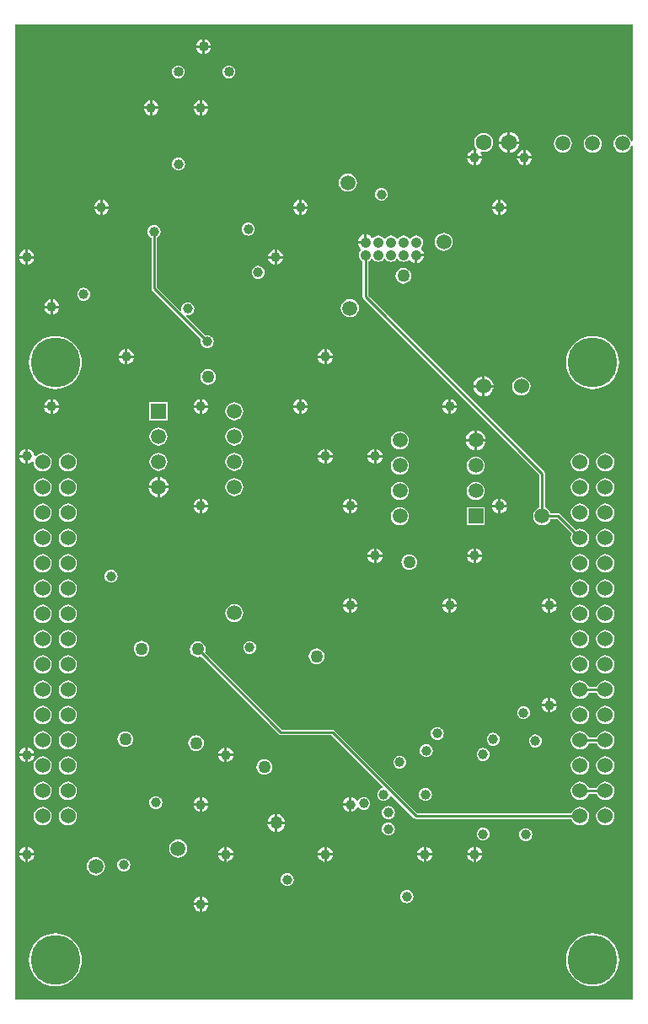
<source format=gbr>
G04 Layer_Physical_Order=3*
G04 Layer_Color=36540*
%FSLAX26Y26*%
%MOIN*%
%TF.FileFunction,Copper,L3,Inr,Signal*%
%TF.Part,Single*%
G01*
G75*
%TA.AperFunction,Conductor*%
%ADD23C,0.010000*%
%TA.AperFunction,ComponentPad*%
%ADD25R,0.059055X0.059055*%
%ADD26C,0.059055*%
%ADD27C,0.042000*%
%TA.AperFunction,ViaPad*%
%ADD28C,0.196850*%
%TA.AperFunction,ComponentPad*%
%ADD29C,0.040000*%
%ADD30C,0.060000*%
%ADD31C,0.062992*%
%TA.AperFunction,ViaPad*%
%ADD32C,0.050000*%
%ADD33C,0.039370*%
G36*
X955945Y425912D02*
X951095Y425074D01*
X947525Y433693D01*
X941845Y441095D01*
X934443Y446775D01*
X925824Y450345D01*
X916574Y451563D01*
X907324Y450345D01*
X898705Y446775D01*
X891303Y441095D01*
X885623Y433693D01*
X882053Y425074D01*
X880835Y415824D01*
X882053Y406574D01*
X885623Y397955D01*
X891303Y390553D01*
X898705Y384873D01*
X907324Y381303D01*
X916574Y380085D01*
X925824Y381303D01*
X934443Y384873D01*
X941845Y390553D01*
X947525Y397955D01*
X951095Y406574D01*
X955945Y405736D01*
Y-2970002D01*
X-1485000D01*
Y888266D01*
X955945D01*
Y425912D01*
D02*
G37*
%LPC*%
G36*
X-986000Y-1550828D02*
X-994068Y-1551890D01*
X-1001586Y-1555004D01*
X-1008042Y-1559958D01*
X-1012996Y-1566414D01*
X-1016110Y-1573932D01*
X-1017172Y-1582000D01*
X-1016110Y-1590068D01*
X-1012996Y-1597586D01*
X-1008042Y-1604042D01*
X-1001586Y-1608996D01*
X-994068Y-1612110D01*
X-986000Y-1613172D01*
X-977932Y-1612110D01*
X-970414Y-1608996D01*
X-963958Y-1604042D01*
X-959004Y-1597586D01*
X-955890Y-1590068D01*
X-954828Y-1582000D01*
X-955890Y-1573932D01*
X-959004Y-1566414D01*
X-963958Y-1559958D01*
X-970414Y-1555004D01*
X-977932Y-1551890D01*
X-986000Y-1550828D01*
D02*
G37*
G36*
X-293306Y-1581034D02*
X-301374Y-1582096D01*
X-308892Y-1585210D01*
X-315348Y-1590164D01*
X-320302Y-1596620D01*
X-323416Y-1604138D01*
X-324478Y-1612206D01*
X-323416Y-1620274D01*
X-320302Y-1627792D01*
X-315348Y-1634248D01*
X-308892Y-1639202D01*
X-301374Y-1642316D01*
X-293306Y-1643378D01*
X-285238Y-1642316D01*
X-277720Y-1639202D01*
X-271264Y-1634248D01*
X-266310Y-1627792D01*
X-263196Y-1620274D01*
X-262134Y-1612206D01*
X-263196Y-1604138D01*
X-266310Y-1596620D01*
X-271264Y-1590164D01*
X-277720Y-1585210D01*
X-285238Y-1582096D01*
X-293306Y-1581034D01*
D02*
G37*
G36*
X-1377520Y-1507803D02*
X-1386893Y-1509037D01*
X-1395628Y-1512655D01*
X-1403128Y-1518410D01*
X-1408883Y-1525910D01*
X-1412501Y-1534645D01*
X-1413735Y-1544018D01*
X-1412501Y-1553391D01*
X-1408883Y-1562126D01*
X-1403128Y-1569626D01*
X-1395628Y-1575381D01*
X-1386893Y-1578999D01*
X-1377520Y-1580233D01*
X-1368147Y-1578999D01*
X-1359412Y-1575381D01*
X-1351912Y-1569626D01*
X-1346157Y-1562126D01*
X-1342539Y-1553391D01*
X-1341305Y-1544018D01*
X-1342539Y-1534645D01*
X-1346157Y-1525910D01*
X-1351912Y-1518410D01*
X-1359412Y-1512655D01*
X-1368147Y-1509037D01*
X-1377520Y-1507803D01*
D02*
G37*
G36*
X-558416Y-1551505D02*
X-565096Y-1552384D01*
X-571322Y-1554963D01*
X-576667Y-1559065D01*
X-580769Y-1564410D01*
X-583348Y-1570636D01*
X-584227Y-1577316D01*
X-583348Y-1583996D01*
X-580769Y-1590222D01*
X-576667Y-1595567D01*
X-571322Y-1599669D01*
X-565096Y-1602248D01*
X-558416Y-1603127D01*
X-551736Y-1602248D01*
X-545510Y-1599669D01*
X-540165Y-1595567D01*
X-536063Y-1590222D01*
X-533484Y-1583996D01*
X-532605Y-1577316D01*
X-533484Y-1570636D01*
X-536063Y-1564410D01*
X-540165Y-1559065D01*
X-545510Y-1554963D01*
X-551736Y-1552384D01*
X-558416Y-1551505D01*
D02*
G37*
G36*
X748464Y-1607803D02*
X739091Y-1609037D01*
X730356Y-1612655D01*
X722856Y-1618410D01*
X717101Y-1625910D01*
X713483Y-1634645D01*
X712249Y-1644018D01*
X713483Y-1653391D01*
X717101Y-1662126D01*
X722856Y-1669626D01*
X730356Y-1675381D01*
X739091Y-1678999D01*
X748464Y-1680233D01*
X757837Y-1678999D01*
X766572Y-1675381D01*
X774072Y-1669626D01*
X779827Y-1662126D01*
X783445Y-1653391D01*
X784679Y-1644018D01*
X783445Y-1634645D01*
X779827Y-1625910D01*
X774072Y-1618410D01*
X766572Y-1612655D01*
X757837Y-1609037D01*
X748464Y-1607803D01*
D02*
G37*
G36*
X-1277520D02*
X-1286893Y-1609037D01*
X-1295628Y-1612655D01*
X-1303128Y-1618410D01*
X-1308883Y-1625910D01*
X-1312501Y-1634645D01*
X-1313735Y-1644018D01*
X-1312501Y-1653391D01*
X-1308883Y-1662126D01*
X-1303128Y-1669626D01*
X-1295628Y-1675381D01*
X-1286893Y-1678999D01*
X-1277520Y-1680233D01*
X-1268147Y-1678999D01*
X-1259412Y-1675381D01*
X-1251912Y-1669626D01*
X-1246157Y-1662126D01*
X-1242539Y-1653391D01*
X-1241305Y-1644018D01*
X-1242539Y-1634645D01*
X-1246157Y-1625910D01*
X-1251912Y-1618410D01*
X-1259412Y-1612655D01*
X-1268147Y-1609037D01*
X-1277520Y-1607803D01*
D02*
G37*
G36*
X-1377520D02*
X-1386893Y-1609037D01*
X-1395628Y-1612655D01*
X-1403128Y-1618410D01*
X-1408883Y-1625910D01*
X-1412501Y-1634645D01*
X-1413735Y-1644018D01*
X-1412501Y-1653391D01*
X-1408883Y-1662126D01*
X-1403128Y-1669626D01*
X-1395628Y-1675381D01*
X-1386893Y-1678999D01*
X-1377520Y-1680233D01*
X-1368147Y-1678999D01*
X-1359412Y-1675381D01*
X-1351912Y-1669626D01*
X-1346157Y-1662126D01*
X-1342539Y-1653391D01*
X-1341305Y-1644018D01*
X-1342539Y-1634645D01*
X-1346157Y-1625910D01*
X-1351912Y-1618410D01*
X-1359412Y-1612655D01*
X-1368147Y-1609037D01*
X-1377520Y-1607803D01*
D02*
G37*
G36*
X848464D02*
X839091Y-1609037D01*
X830356Y-1612655D01*
X822856Y-1618410D01*
X817101Y-1625910D01*
X813483Y-1634645D01*
X812249Y-1644018D01*
X813483Y-1653391D01*
X817101Y-1662126D01*
X822856Y-1669626D01*
X830356Y-1675381D01*
X839091Y-1678999D01*
X848464Y-1680233D01*
X857837Y-1678999D01*
X866572Y-1675381D01*
X874072Y-1669626D01*
X879827Y-1662126D01*
X883445Y-1653391D01*
X884679Y-1644018D01*
X883445Y-1634645D01*
X879827Y-1625910D01*
X874072Y-1618410D01*
X866572Y-1612655D01*
X857837Y-1609037D01*
X848464Y-1607803D01*
D02*
G37*
G36*
X-1277520Y-1507803D02*
X-1286893Y-1509037D01*
X-1295628Y-1512655D01*
X-1303128Y-1518410D01*
X-1308883Y-1525910D01*
X-1312501Y-1534645D01*
X-1313735Y-1544018D01*
X-1312501Y-1553391D01*
X-1308883Y-1562126D01*
X-1303128Y-1569626D01*
X-1295628Y-1575381D01*
X-1286893Y-1578999D01*
X-1277520Y-1580233D01*
X-1268147Y-1578999D01*
X-1259412Y-1575381D01*
X-1251912Y-1569626D01*
X-1246157Y-1562126D01*
X-1242539Y-1553391D01*
X-1241305Y-1544018D01*
X-1242539Y-1534645D01*
X-1246157Y-1525910D01*
X-1251912Y-1518410D01*
X-1259412Y-1512655D01*
X-1268147Y-1509037D01*
X-1277520Y-1507803D01*
D02*
G37*
G36*
X-618999Y-1405261D02*
X-628249Y-1406478D01*
X-636869Y-1410049D01*
X-644270Y-1415728D01*
X-649950Y-1423130D01*
X-653520Y-1431749D01*
X-654738Y-1440999D01*
X-653520Y-1450249D01*
X-649950Y-1458869D01*
X-644270Y-1466271D01*
X-636869Y-1471950D01*
X-628249Y-1475520D01*
X-618999Y-1476738D01*
X-609749Y-1475520D01*
X-601130Y-1471950D01*
X-593728Y-1466271D01*
X-588049Y-1458869D01*
X-584478Y-1450249D01*
X-583260Y-1440999D01*
X-584478Y-1431749D01*
X-588049Y-1423130D01*
X-593728Y-1415728D01*
X-601130Y-1410049D01*
X-609749Y-1406478D01*
X-618999Y-1405261D01*
D02*
G37*
G36*
X848464Y-1407803D02*
X839091Y-1409037D01*
X830356Y-1412655D01*
X822856Y-1418410D01*
X817101Y-1425910D01*
X813483Y-1434645D01*
X812249Y-1444018D01*
X813483Y-1453391D01*
X817101Y-1462126D01*
X822856Y-1469626D01*
X830356Y-1475381D01*
X839091Y-1478999D01*
X848464Y-1480233D01*
X857837Y-1478999D01*
X866572Y-1475381D01*
X874072Y-1469626D01*
X879827Y-1462126D01*
X883445Y-1453391D01*
X884679Y-1444018D01*
X883445Y-1434645D01*
X879827Y-1425910D01*
X874072Y-1418410D01*
X866572Y-1412655D01*
X857837Y-1409037D01*
X848464Y-1407803D01*
D02*
G37*
G36*
X-131465Y-1416299D02*
X-155748D01*
Y-1440582D01*
X-152999Y-1440220D01*
X-145777Y-1437229D01*
X-139576Y-1432471D01*
X-134818Y-1426270D01*
X-131827Y-1419049D01*
X-131465Y-1416299D01*
D02*
G37*
G36*
X-165748D02*
X-190031D01*
X-189669Y-1419049D01*
X-186678Y-1426270D01*
X-181920Y-1432471D01*
X-175719Y-1437229D01*
X-168497Y-1440220D01*
X-165748Y-1440582D01*
Y-1416299D01*
D02*
G37*
G36*
X748464Y-1407803D02*
X739091Y-1409037D01*
X730356Y-1412655D01*
X722856Y-1418410D01*
X717101Y-1425910D01*
X713483Y-1434645D01*
X712249Y-1444018D01*
X713483Y-1453391D01*
X717101Y-1462126D01*
X722856Y-1469626D01*
X730356Y-1475381D01*
X739091Y-1478999D01*
X748464Y-1480233D01*
X757837Y-1478999D01*
X766572Y-1475381D01*
X774072Y-1469626D01*
X779827Y-1462126D01*
X783445Y-1453391D01*
X784679Y-1444018D01*
X783445Y-1434645D01*
X779827Y-1425910D01*
X774072Y-1418410D01*
X766572Y-1412655D01*
X757837Y-1409037D01*
X748464Y-1407803D01*
D02*
G37*
G36*
X848464Y-1507803D02*
X839091Y-1509037D01*
X830356Y-1512655D01*
X822856Y-1518410D01*
X817101Y-1525910D01*
X813483Y-1534645D01*
X812249Y-1544018D01*
X813483Y-1553391D01*
X817101Y-1562126D01*
X822856Y-1569626D01*
X830356Y-1575381D01*
X839091Y-1578999D01*
X848464Y-1580233D01*
X857837Y-1578999D01*
X866572Y-1575381D01*
X874072Y-1569626D01*
X879827Y-1562126D01*
X883445Y-1553391D01*
X884679Y-1544018D01*
X883445Y-1534645D01*
X879827Y-1525910D01*
X874072Y-1518410D01*
X866572Y-1512655D01*
X857837Y-1509037D01*
X848464Y-1507803D01*
D02*
G37*
G36*
X748464D02*
X739091Y-1509037D01*
X730356Y-1512655D01*
X722856Y-1518410D01*
X717101Y-1525910D01*
X713483Y-1534645D01*
X712249Y-1544018D01*
X713483Y-1553391D01*
X717101Y-1562126D01*
X722856Y-1569626D01*
X730356Y-1575381D01*
X739091Y-1578999D01*
X748464Y-1580233D01*
X757837Y-1578999D01*
X766572Y-1575381D01*
X774072Y-1569626D01*
X779827Y-1562126D01*
X783445Y-1553391D01*
X784679Y-1544018D01*
X783445Y-1534645D01*
X779827Y-1525910D01*
X774072Y-1518410D01*
X766572Y-1512655D01*
X757837Y-1509037D01*
X748464Y-1507803D01*
D02*
G37*
G36*
X-1277520Y-1407803D02*
X-1286893Y-1409037D01*
X-1295628Y-1412655D01*
X-1303128Y-1418410D01*
X-1308883Y-1425910D01*
X-1312501Y-1434645D01*
X-1313735Y-1444018D01*
X-1312501Y-1453391D01*
X-1308883Y-1462126D01*
X-1303128Y-1469626D01*
X-1295628Y-1475381D01*
X-1286893Y-1478999D01*
X-1277520Y-1480233D01*
X-1268147Y-1478999D01*
X-1259412Y-1475381D01*
X-1251912Y-1469626D01*
X-1246157Y-1462126D01*
X-1242539Y-1453391D01*
X-1241305Y-1444018D01*
X-1242539Y-1434645D01*
X-1246157Y-1425910D01*
X-1251912Y-1418410D01*
X-1259412Y-1412655D01*
X-1268147Y-1409037D01*
X-1277520Y-1407803D01*
D02*
G37*
G36*
X-1377520D02*
X-1386893Y-1409037D01*
X-1395628Y-1412655D01*
X-1403128Y-1418410D01*
X-1408883Y-1425910D01*
X-1412501Y-1434645D01*
X-1413735Y-1444018D01*
X-1412501Y-1453391D01*
X-1408883Y-1462126D01*
X-1403128Y-1469626D01*
X-1395628Y-1475381D01*
X-1386893Y-1478999D01*
X-1377520Y-1480233D01*
X-1368147Y-1478999D01*
X-1359412Y-1475381D01*
X-1351912Y-1469626D01*
X-1346157Y-1462126D01*
X-1342539Y-1453391D01*
X-1341305Y-1444018D01*
X-1342539Y-1434645D01*
X-1346157Y-1425910D01*
X-1351912Y-1418410D01*
X-1359412Y-1412655D01*
X-1368147Y-1409037D01*
X-1377520Y-1407803D01*
D02*
G37*
G36*
Y-1807803D02*
X-1386893Y-1809037D01*
X-1395628Y-1812655D01*
X-1403128Y-1818410D01*
X-1408883Y-1825910D01*
X-1412501Y-1834645D01*
X-1413735Y-1844018D01*
X-1412501Y-1853391D01*
X-1408883Y-1862126D01*
X-1403128Y-1869626D01*
X-1395628Y-1875381D01*
X-1386893Y-1878999D01*
X-1377520Y-1880233D01*
X-1368147Y-1878999D01*
X-1359412Y-1875381D01*
X-1351912Y-1869626D01*
X-1346157Y-1862126D01*
X-1342539Y-1853391D01*
X-1341305Y-1844018D01*
X-1342539Y-1834645D01*
X-1346157Y-1825910D01*
X-1351912Y-1818410D01*
X-1359412Y-1812655D01*
X-1368147Y-1809037D01*
X-1377520Y-1807803D01*
D02*
G37*
G36*
X848464Y-1907803D02*
X839091Y-1909037D01*
X830356Y-1912655D01*
X822856Y-1918410D01*
X817101Y-1925910D01*
X814206Y-1932899D01*
X782722D01*
X779827Y-1925910D01*
X774072Y-1918410D01*
X766572Y-1912655D01*
X757837Y-1909037D01*
X748464Y-1907803D01*
X739091Y-1909037D01*
X730356Y-1912655D01*
X722856Y-1918410D01*
X717101Y-1925910D01*
X713483Y-1934645D01*
X712249Y-1944018D01*
X713483Y-1953391D01*
X717101Y-1962126D01*
X722856Y-1969626D01*
X730356Y-1975381D01*
X739091Y-1978999D01*
X748464Y-1980233D01*
X757837Y-1978999D01*
X766572Y-1975381D01*
X774072Y-1969626D01*
X779827Y-1962126D01*
X782722Y-1955137D01*
X814206D01*
X817101Y-1962126D01*
X822856Y-1969626D01*
X830356Y-1975381D01*
X839091Y-1978999D01*
X848464Y-1980233D01*
X857837Y-1978999D01*
X866572Y-1975381D01*
X874072Y-1969626D01*
X879827Y-1962126D01*
X883445Y-1953391D01*
X884679Y-1944018D01*
X883445Y-1934645D01*
X879827Y-1925910D01*
X874072Y-1918410D01*
X866572Y-1912655D01*
X857837Y-1909037D01*
X848464Y-1907803D01*
D02*
G37*
G36*
X748464Y-1807803D02*
X739091Y-1809037D01*
X730356Y-1812655D01*
X722856Y-1818410D01*
X717101Y-1825910D01*
X713483Y-1834645D01*
X712249Y-1844018D01*
X713483Y-1853391D01*
X717101Y-1862126D01*
X722856Y-1869626D01*
X730356Y-1875381D01*
X739091Y-1878999D01*
X748464Y-1880233D01*
X757837Y-1878999D01*
X766572Y-1875381D01*
X774072Y-1869626D01*
X779827Y-1862126D01*
X783445Y-1853391D01*
X784679Y-1844018D01*
X783445Y-1834645D01*
X779827Y-1825910D01*
X774072Y-1818410D01*
X766572Y-1812655D01*
X757837Y-1809037D01*
X748464Y-1807803D01*
D02*
G37*
G36*
X-1277520D02*
X-1286893Y-1809037D01*
X-1295628Y-1812655D01*
X-1303128Y-1818410D01*
X-1308883Y-1825910D01*
X-1312501Y-1834645D01*
X-1313735Y-1844018D01*
X-1312501Y-1853391D01*
X-1308883Y-1862126D01*
X-1303128Y-1869626D01*
X-1295628Y-1875381D01*
X-1286893Y-1878999D01*
X-1277520Y-1880233D01*
X-1268147Y-1878999D01*
X-1259412Y-1875381D01*
X-1251912Y-1869626D01*
X-1246157Y-1862126D01*
X-1242539Y-1853391D01*
X-1241305Y-1844018D01*
X-1242539Y-1834645D01*
X-1246157Y-1825910D01*
X-1251912Y-1818410D01*
X-1259412Y-1812655D01*
X-1268147Y-1809037D01*
X-1277520Y-1807803D01*
D02*
G37*
G36*
X183464Y-1891711D02*
X176784Y-1892590D01*
X170558Y-1895169D01*
X165213Y-1899271D01*
X161111Y-1904616D01*
X158532Y-1910841D01*
X157653Y-1917522D01*
X158532Y-1924203D01*
X161111Y-1930428D01*
X165213Y-1935773D01*
X170558Y-1939875D01*
X176784Y-1942454D01*
X183464Y-1943333D01*
X190144Y-1942454D01*
X196370Y-1939875D01*
X201715Y-1935773D01*
X205817Y-1930428D01*
X208396Y-1924203D01*
X209275Y-1917522D01*
X208396Y-1910841D01*
X205817Y-1904616D01*
X201715Y-1899271D01*
X196370Y-1895169D01*
X190144Y-1892590D01*
X183464Y-1891711D01*
D02*
G37*
G36*
X571694Y-1921395D02*
X565014Y-1922274D01*
X558788Y-1924853D01*
X553443Y-1928955D01*
X549341Y-1934300D01*
X546762Y-1940525D01*
X545883Y-1947206D01*
X546762Y-1953887D01*
X549341Y-1960112D01*
X553443Y-1965457D01*
X558788Y-1969559D01*
X565014Y-1972138D01*
X571694Y-1973017D01*
X578375Y-1972138D01*
X584600Y-1969559D01*
X589945Y-1965457D01*
X594047Y-1960112D01*
X596626Y-1953887D01*
X597505Y-1947206D01*
X596626Y-1940525D01*
X594047Y-1934300D01*
X589945Y-1928955D01*
X584600Y-1924853D01*
X578375Y-1922274D01*
X571694Y-1921395D01*
D02*
G37*
G36*
X-1277520Y-1907803D02*
X-1286893Y-1909037D01*
X-1295628Y-1912655D01*
X-1303128Y-1918410D01*
X-1308883Y-1925910D01*
X-1312501Y-1934645D01*
X-1313735Y-1944018D01*
X-1312501Y-1953391D01*
X-1308883Y-1962126D01*
X-1303128Y-1969626D01*
X-1295628Y-1975381D01*
X-1286893Y-1978999D01*
X-1277520Y-1980233D01*
X-1268147Y-1978999D01*
X-1259412Y-1975381D01*
X-1251912Y-1969626D01*
X-1246157Y-1962126D01*
X-1242539Y-1953391D01*
X-1241305Y-1944018D01*
X-1242539Y-1934645D01*
X-1246157Y-1925910D01*
X-1251912Y-1918410D01*
X-1259412Y-1912655D01*
X-1268147Y-1909037D01*
X-1277520Y-1907803D01*
D02*
G37*
G36*
X405000Y-1914189D02*
X398320Y-1915068D01*
X392094Y-1917647D01*
X386749Y-1921749D01*
X382647Y-1927094D01*
X380068Y-1933320D01*
X379189Y-1940000D01*
X380068Y-1946680D01*
X382647Y-1952906D01*
X386749Y-1958251D01*
X392094Y-1962353D01*
X398320Y-1964932D01*
X405000Y-1965811D01*
X411680Y-1964932D01*
X417906Y-1962353D01*
X423251Y-1958251D01*
X427353Y-1952906D01*
X429932Y-1946680D01*
X430811Y-1940000D01*
X429932Y-1933320D01*
X427353Y-1927094D01*
X423251Y-1921749D01*
X417906Y-1917647D01*
X411680Y-1915068D01*
X405000Y-1914189D01*
D02*
G37*
G36*
X-1050000Y-1908828D02*
X-1058068Y-1909890D01*
X-1065586Y-1913004D01*
X-1072042Y-1917958D01*
X-1076996Y-1924414D01*
X-1080110Y-1931932D01*
X-1081172Y-1940000D01*
X-1080110Y-1948068D01*
X-1076996Y-1955586D01*
X-1072042Y-1962042D01*
X-1065586Y-1966996D01*
X-1058068Y-1970110D01*
X-1050000Y-1971172D01*
X-1041932Y-1970110D01*
X-1034414Y-1966996D01*
X-1027958Y-1962042D01*
X-1023004Y-1955586D01*
X-1019890Y-1948068D01*
X-1018828Y-1940000D01*
X-1019890Y-1931932D01*
X-1023004Y-1924414D01*
X-1027958Y-1917958D01*
X-1034414Y-1913004D01*
X-1041932Y-1909890D01*
X-1050000Y-1908828D01*
D02*
G37*
G36*
X-1377520Y-1707803D02*
X-1386893Y-1709037D01*
X-1395628Y-1712655D01*
X-1403128Y-1718410D01*
X-1408883Y-1725910D01*
X-1412501Y-1734645D01*
X-1413735Y-1744018D01*
X-1412501Y-1753391D01*
X-1408883Y-1762126D01*
X-1403128Y-1769626D01*
X-1395628Y-1775381D01*
X-1386893Y-1778999D01*
X-1377520Y-1780233D01*
X-1368147Y-1778999D01*
X-1359412Y-1775381D01*
X-1351912Y-1769626D01*
X-1346157Y-1762126D01*
X-1342539Y-1753391D01*
X-1341305Y-1744018D01*
X-1342539Y-1734645D01*
X-1346157Y-1725910D01*
X-1351912Y-1718410D01*
X-1359412Y-1712655D01*
X-1368147Y-1709037D01*
X-1377520Y-1707803D01*
D02*
G37*
G36*
X631654Y-1775717D02*
Y-1800000D01*
X655937D01*
X655575Y-1797251D01*
X652583Y-1790029D01*
X647825Y-1783828D01*
X641624Y-1779070D01*
X634403Y-1776079D01*
X631654Y-1775717D01*
D02*
G37*
G36*
X848464Y-1707803D02*
X839091Y-1709037D01*
X830356Y-1712655D01*
X822856Y-1718410D01*
X817101Y-1725910D01*
X814206Y-1732899D01*
X782722D01*
X779827Y-1725910D01*
X774072Y-1718410D01*
X766572Y-1712655D01*
X757837Y-1709037D01*
X748464Y-1707803D01*
X739091Y-1709037D01*
X730356Y-1712655D01*
X722856Y-1718410D01*
X717101Y-1725910D01*
X713483Y-1734645D01*
X712249Y-1744018D01*
X713483Y-1753391D01*
X717101Y-1762126D01*
X722856Y-1769626D01*
X730356Y-1775381D01*
X739091Y-1778999D01*
X748464Y-1780233D01*
X757837Y-1778999D01*
X766572Y-1775381D01*
X774072Y-1769626D01*
X779827Y-1762126D01*
X782722Y-1755137D01*
X814206D01*
X817101Y-1762126D01*
X822856Y-1769626D01*
X830356Y-1775381D01*
X839091Y-1778999D01*
X848464Y-1780233D01*
X857837Y-1778999D01*
X866572Y-1775381D01*
X874072Y-1769626D01*
X879827Y-1762126D01*
X883445Y-1753391D01*
X884679Y-1744018D01*
X883445Y-1734645D01*
X879827Y-1725910D01*
X874072Y-1718410D01*
X866572Y-1712655D01*
X857837Y-1709037D01*
X848464Y-1707803D01*
D02*
G37*
G36*
X-1277520D02*
X-1286893Y-1709037D01*
X-1295628Y-1712655D01*
X-1303128Y-1718410D01*
X-1308883Y-1725910D01*
X-1312501Y-1734645D01*
X-1313735Y-1744018D01*
X-1312501Y-1753391D01*
X-1308883Y-1762126D01*
X-1303128Y-1769626D01*
X-1295628Y-1775381D01*
X-1286893Y-1778999D01*
X-1277520Y-1780233D01*
X-1268147Y-1778999D01*
X-1259412Y-1775381D01*
X-1251912Y-1769626D01*
X-1246157Y-1762126D01*
X-1242539Y-1753391D01*
X-1241305Y-1744018D01*
X-1242539Y-1734645D01*
X-1246157Y-1725910D01*
X-1251912Y-1718410D01*
X-1259412Y-1712655D01*
X-1268147Y-1709037D01*
X-1277520Y-1707803D01*
D02*
G37*
G36*
X621654Y-1775717D02*
X618904Y-1776079D01*
X611683Y-1779070D01*
X605482Y-1783828D01*
X600724Y-1790029D01*
X597733Y-1797251D01*
X597371Y-1800000D01*
X621654D01*
Y-1775717D01*
D02*
G37*
G36*
X525000Y-1809189D02*
X518319Y-1810068D01*
X512094Y-1812647D01*
X506749Y-1816749D01*
X502647Y-1822094D01*
X500068Y-1828320D01*
X499189Y-1835000D01*
X500068Y-1841680D01*
X502647Y-1847906D01*
X506749Y-1853251D01*
X512094Y-1857353D01*
X518319Y-1859932D01*
X525000Y-1860811D01*
X531681Y-1859932D01*
X537906Y-1857353D01*
X543251Y-1853251D01*
X547353Y-1847906D01*
X549932Y-1841680D01*
X550811Y-1835000D01*
X549932Y-1828320D01*
X547353Y-1822094D01*
X543251Y-1816749D01*
X537906Y-1812647D01*
X531681Y-1810068D01*
X525000Y-1809189D01*
D02*
G37*
G36*
X848464Y-1807803D02*
X839091Y-1809037D01*
X830356Y-1812655D01*
X822856Y-1818410D01*
X817101Y-1825910D01*
X813483Y-1834645D01*
X812249Y-1844018D01*
X813483Y-1853391D01*
X817101Y-1862126D01*
X822856Y-1869626D01*
X830356Y-1875381D01*
X839091Y-1878999D01*
X848464Y-1880233D01*
X857837Y-1878999D01*
X866572Y-1875381D01*
X874072Y-1869626D01*
X879827Y-1862126D01*
X883445Y-1853391D01*
X884679Y-1844018D01*
X883445Y-1834645D01*
X879827Y-1825910D01*
X874072Y-1818410D01*
X866572Y-1812655D01*
X857837Y-1809037D01*
X848464Y-1807803D01*
D02*
G37*
G36*
X655937Y-1810000D02*
X631654D01*
Y-1834283D01*
X634403Y-1833921D01*
X641624Y-1830930D01*
X647825Y-1826172D01*
X652583Y-1819971D01*
X655575Y-1812749D01*
X655937Y-1810000D01*
D02*
G37*
G36*
X621654D02*
X597371D01*
X597733Y-1812749D01*
X600724Y-1819971D01*
X605482Y-1826172D01*
X611683Y-1830930D01*
X618904Y-1833921D01*
X621654Y-1834283D01*
Y-1810000D01*
D02*
G37*
G36*
X227953Y-1416299D02*
X203670D01*
X204032Y-1419049D01*
X207023Y-1426270D01*
X211781Y-1432471D01*
X217982Y-1437229D01*
X225203Y-1440220D01*
X227953Y-1440582D01*
Y-1416299D01*
D02*
G37*
G36*
X-57323Y-1185166D02*
Y-1209449D01*
X-33040D01*
X-33402Y-1206699D01*
X-36393Y-1199478D01*
X-41151Y-1193277D01*
X-47352Y-1188519D01*
X-54573Y-1185528D01*
X-57323Y-1185166D01*
D02*
G37*
G36*
X-67323D02*
X-70072Y-1185528D01*
X-77293Y-1188519D01*
X-83494Y-1193277D01*
X-88253Y-1199478D01*
X-91244Y-1206699D01*
X-91606Y-1209449D01*
X-67323D01*
Y-1185166D01*
D02*
G37*
G36*
X336378D02*
Y-1209449D01*
X360661D01*
X360299Y-1206699D01*
X357308Y-1199478D01*
X352550Y-1193277D01*
X346349Y-1188519D01*
X339127Y-1185528D01*
X336378Y-1185166D01*
D02*
G37*
G36*
X326378D02*
X323629Y-1185528D01*
X316407Y-1188519D01*
X310206Y-1193277D01*
X305448Y-1199478D01*
X302457Y-1206699D01*
X302095Y-1209449D01*
X326378D01*
Y-1185166D01*
D02*
G37*
G36*
X360661Y-1219449D02*
X336378D01*
Y-1243732D01*
X339127Y-1243370D01*
X346349Y-1240379D01*
X352550Y-1235620D01*
X357308Y-1229419D01*
X360299Y-1222198D01*
X360661Y-1219449D01*
D02*
G37*
G36*
X-67323D02*
X-91606D01*
X-91244Y-1222198D01*
X-88253Y-1229419D01*
X-83494Y-1235620D01*
X-77293Y-1240379D01*
X-70072Y-1243370D01*
X-67323Y-1243732D01*
Y-1219449D01*
D02*
G37*
G36*
X73000Y-1208828D02*
X64932Y-1209890D01*
X57414Y-1213004D01*
X50958Y-1217958D01*
X46004Y-1224414D01*
X42890Y-1231932D01*
X41828Y-1240000D01*
X42890Y-1248068D01*
X46004Y-1255586D01*
X50958Y-1262042D01*
X57414Y-1266996D01*
X64932Y-1270110D01*
X73000Y-1271172D01*
X81068Y-1270110D01*
X88586Y-1266996D01*
X95042Y-1262042D01*
X99996Y-1255586D01*
X103110Y-1248068D01*
X104172Y-1240000D01*
X103110Y-1231932D01*
X99996Y-1224414D01*
X95042Y-1217958D01*
X88586Y-1213004D01*
X81068Y-1209890D01*
X73000Y-1208828D01*
D02*
G37*
G36*
X326378Y-1219449D02*
X302095D01*
X302457Y-1222198D01*
X305448Y-1229419D01*
X310206Y-1235620D01*
X316407Y-1240379D01*
X323629Y-1243370D01*
X326378Y-1243732D01*
Y-1219449D01*
D02*
G37*
G36*
X-33040D02*
X-57323D01*
Y-1243732D01*
X-54573Y-1243370D01*
X-47352Y-1240379D01*
X-41151Y-1235620D01*
X-36393Y-1229419D01*
X-33402Y-1222198D01*
X-33040Y-1219449D01*
D02*
G37*
G36*
X-1277520Y-1007803D02*
X-1286893Y-1009037D01*
X-1295628Y-1012655D01*
X-1303128Y-1018410D01*
X-1308883Y-1025910D01*
X-1312501Y-1034645D01*
X-1313735Y-1044018D01*
X-1312501Y-1053391D01*
X-1308883Y-1062126D01*
X-1303128Y-1069626D01*
X-1295628Y-1075381D01*
X-1286893Y-1078999D01*
X-1277520Y-1080233D01*
X-1268147Y-1078999D01*
X-1259412Y-1075381D01*
X-1251912Y-1069626D01*
X-1246157Y-1062126D01*
X-1242539Y-1053391D01*
X-1241305Y-1044018D01*
X-1242539Y-1034645D01*
X-1246157Y-1025910D01*
X-1251912Y-1018410D01*
X-1259412Y-1012655D01*
X-1268147Y-1009037D01*
X-1277520Y-1007803D01*
D02*
G37*
G36*
X-1377520D02*
X-1386893Y-1009037D01*
X-1395628Y-1012655D01*
X-1403128Y-1018410D01*
X-1408883Y-1025910D01*
X-1412501Y-1034645D01*
X-1413735Y-1044018D01*
X-1412501Y-1053391D01*
X-1408883Y-1062126D01*
X-1403128Y-1069626D01*
X-1395628Y-1075381D01*
X-1386893Y-1078999D01*
X-1377520Y-1080233D01*
X-1368147Y-1078999D01*
X-1359412Y-1075381D01*
X-1351912Y-1069626D01*
X-1346157Y-1062126D01*
X-1342539Y-1053391D01*
X-1341305Y-1044018D01*
X-1342539Y-1034645D01*
X-1346157Y-1025910D01*
X-1351912Y-1018410D01*
X-1359412Y-1012655D01*
X-1368147Y-1009037D01*
X-1377520Y-1007803D01*
D02*
G37*
G36*
X848464D02*
X839091Y-1009037D01*
X830356Y-1012655D01*
X822856Y-1018410D01*
X817101Y-1025910D01*
X813483Y-1034645D01*
X812249Y-1044018D01*
X813483Y-1053391D01*
X817101Y-1062126D01*
X822856Y-1069626D01*
X830356Y-1075381D01*
X839091Y-1078999D01*
X848464Y-1080233D01*
X857837Y-1078999D01*
X866572Y-1075381D01*
X874072Y-1069626D01*
X879827Y-1062126D01*
X883445Y-1053391D01*
X884679Y-1044018D01*
X883445Y-1034645D01*
X879827Y-1025910D01*
X874072Y-1018410D01*
X866572Y-1012655D01*
X857837Y-1009037D01*
X848464Y-1007803D01*
D02*
G37*
G36*
X748464D02*
X739091Y-1009037D01*
X730356Y-1012655D01*
X722856Y-1018410D01*
X717101Y-1025910D01*
X713483Y-1034645D01*
X712249Y-1044018D01*
X713483Y-1053391D01*
X717101Y-1062126D01*
X722856Y-1069626D01*
X730356Y-1075381D01*
X739091Y-1078999D01*
X748464Y-1080233D01*
X757837Y-1078999D01*
X766572Y-1075381D01*
X774072Y-1069626D01*
X779827Y-1062126D01*
X783445Y-1053391D01*
X784679Y-1044018D01*
X783445Y-1034645D01*
X779827Y-1025910D01*
X774072Y-1018410D01*
X766572Y-1012655D01*
X757837Y-1009037D01*
X748464Y-1007803D01*
D02*
G37*
G36*
X371149Y-1022159D02*
X300283D01*
Y-1093025D01*
X371149D01*
Y-1022159D01*
D02*
G37*
G36*
X-1277520Y-1107803D02*
X-1286893Y-1109037D01*
X-1295628Y-1112655D01*
X-1303128Y-1118410D01*
X-1308883Y-1125910D01*
X-1312501Y-1134645D01*
X-1313735Y-1144018D01*
X-1312501Y-1153391D01*
X-1308883Y-1162126D01*
X-1303128Y-1169626D01*
X-1295628Y-1175381D01*
X-1286893Y-1178999D01*
X-1277520Y-1180233D01*
X-1268147Y-1178999D01*
X-1259412Y-1175381D01*
X-1251912Y-1169626D01*
X-1246157Y-1162126D01*
X-1242539Y-1153391D01*
X-1241305Y-1144018D01*
X-1242539Y-1134645D01*
X-1246157Y-1125910D01*
X-1251912Y-1118410D01*
X-1259412Y-1112655D01*
X-1268147Y-1109037D01*
X-1277520Y-1107803D01*
D02*
G37*
G36*
X-1377520D02*
X-1386893Y-1109037D01*
X-1395628Y-1112655D01*
X-1403128Y-1118410D01*
X-1408883Y-1125910D01*
X-1412501Y-1134645D01*
X-1413735Y-1144018D01*
X-1412501Y-1153391D01*
X-1408883Y-1162126D01*
X-1403128Y-1169626D01*
X-1395628Y-1175381D01*
X-1386893Y-1178999D01*
X-1377520Y-1180233D01*
X-1368147Y-1178999D01*
X-1359412Y-1175381D01*
X-1351912Y-1169626D01*
X-1346157Y-1162126D01*
X-1342539Y-1153391D01*
X-1341305Y-1144018D01*
X-1342539Y-1134645D01*
X-1346157Y-1125910D01*
X-1351912Y-1118410D01*
X-1359412Y-1112655D01*
X-1368147Y-1109037D01*
X-1377520Y-1107803D01*
D02*
G37*
G36*
X35716Y-1021853D02*
X26466Y-1023071D01*
X17847Y-1026641D01*
X10445Y-1032321D01*
X4765Y-1039723D01*
X1195Y-1048342D01*
X-23Y-1057592D01*
X1195Y-1066842D01*
X4765Y-1075461D01*
X10445Y-1082863D01*
X17847Y-1088543D01*
X26466Y-1092113D01*
X35716Y-1093331D01*
X44966Y-1092113D01*
X53585Y-1088543D01*
X60987Y-1082863D01*
X66667Y-1075461D01*
X70237Y-1066842D01*
X71455Y-1057592D01*
X70237Y-1048342D01*
X66667Y-1039723D01*
X60987Y-1032321D01*
X53585Y-1026641D01*
X44966Y-1023071D01*
X35716Y-1021853D01*
D02*
G37*
G36*
X848464Y-1107803D02*
X839091Y-1109037D01*
X830356Y-1112655D01*
X822856Y-1118410D01*
X817101Y-1125910D01*
X813483Y-1134645D01*
X812249Y-1144018D01*
X813483Y-1153391D01*
X817101Y-1162126D01*
X822856Y-1169626D01*
X830356Y-1175381D01*
X839091Y-1178999D01*
X848464Y-1180233D01*
X857837Y-1178999D01*
X866572Y-1175381D01*
X874072Y-1169626D01*
X879827Y-1162126D01*
X883445Y-1153391D01*
X884679Y-1144018D01*
X883445Y-1134645D01*
X879827Y-1125910D01*
X874072Y-1118410D01*
X866572Y-1112655D01*
X857837Y-1109037D01*
X848464Y-1107803D01*
D02*
G37*
G36*
X237953Y-1382016D02*
Y-1406299D01*
X262236D01*
X261874Y-1403550D01*
X258883Y-1396329D01*
X254124Y-1390128D01*
X247923Y-1385369D01*
X240702Y-1382378D01*
X237953Y-1382016D01*
D02*
G37*
G36*
X227953D02*
X225203Y-1382378D01*
X217982Y-1385369D01*
X211781Y-1390128D01*
X207023Y-1396329D01*
X204032Y-1403550D01*
X203670Y-1406299D01*
X227953D01*
Y-1382016D01*
D02*
G37*
G36*
X631654D02*
Y-1406299D01*
X655937D01*
X655575Y-1403550D01*
X652583Y-1396329D01*
X647825Y-1390128D01*
X641624Y-1385369D01*
X634403Y-1382378D01*
X631654Y-1382016D01*
D02*
G37*
G36*
X621654D02*
X618904Y-1382378D01*
X611683Y-1385369D01*
X605482Y-1390128D01*
X600724Y-1396329D01*
X597733Y-1403550D01*
X597371Y-1406299D01*
X621654D01*
Y-1382016D01*
D02*
G37*
G36*
X-155748D02*
Y-1406299D01*
X-131465D01*
X-131827Y-1403550D01*
X-134818Y-1396329D01*
X-139576Y-1390128D01*
X-145777Y-1385369D01*
X-152999Y-1382378D01*
X-155748Y-1382016D01*
D02*
G37*
G36*
X621654Y-1416299D02*
X597371D01*
X597733Y-1419049D01*
X600724Y-1426270D01*
X605482Y-1432471D01*
X611683Y-1437229D01*
X618904Y-1440220D01*
X621654Y-1440582D01*
Y-1416299D01*
D02*
G37*
G36*
X262236D02*
X237953D01*
Y-1440582D01*
X240702Y-1440220D01*
X247923Y-1437229D01*
X254124Y-1432471D01*
X258883Y-1426270D01*
X261874Y-1419049D01*
X262236Y-1416299D01*
D02*
G37*
G36*
X-165748Y-1382016D02*
X-168497Y-1382378D01*
X-175719Y-1385369D01*
X-181920Y-1390128D01*
X-186678Y-1396329D01*
X-189669Y-1403550D01*
X-190031Y-1406299D01*
X-165748D01*
Y-1382016D01*
D02*
G37*
G36*
X655937Y-1416299D02*
X631654D01*
Y-1440582D01*
X634403Y-1440220D01*
X641624Y-1437229D01*
X647825Y-1432471D01*
X652583Y-1426270D01*
X655575Y-1419049D01*
X655937Y-1416299D01*
D02*
G37*
G36*
X-1277520Y-1207803D02*
X-1286893Y-1209037D01*
X-1295628Y-1212655D01*
X-1303128Y-1218410D01*
X-1308883Y-1225910D01*
X-1312501Y-1234645D01*
X-1313735Y-1244018D01*
X-1312501Y-1253391D01*
X-1308883Y-1262126D01*
X-1303128Y-1269626D01*
X-1295628Y-1275381D01*
X-1286893Y-1278999D01*
X-1277520Y-1280233D01*
X-1268147Y-1278999D01*
X-1259412Y-1275381D01*
X-1251912Y-1269626D01*
X-1246157Y-1262126D01*
X-1242539Y-1253391D01*
X-1241305Y-1244018D01*
X-1242539Y-1234645D01*
X-1246157Y-1225910D01*
X-1251912Y-1218410D01*
X-1259412Y-1212655D01*
X-1268147Y-1209037D01*
X-1277520Y-1207803D01*
D02*
G37*
G36*
X-1377520D02*
X-1386893Y-1209037D01*
X-1395628Y-1212655D01*
X-1403128Y-1218410D01*
X-1408883Y-1225910D01*
X-1412501Y-1234645D01*
X-1413735Y-1244018D01*
X-1412501Y-1253391D01*
X-1408883Y-1262126D01*
X-1403128Y-1269626D01*
X-1395628Y-1275381D01*
X-1386893Y-1278999D01*
X-1377520Y-1280233D01*
X-1368147Y-1278999D01*
X-1359412Y-1275381D01*
X-1351912Y-1269626D01*
X-1346157Y-1262126D01*
X-1342539Y-1253391D01*
X-1341305Y-1244018D01*
X-1342539Y-1234645D01*
X-1346157Y-1225910D01*
X-1351912Y-1218410D01*
X-1359412Y-1212655D01*
X-1368147Y-1209037D01*
X-1377520Y-1207803D01*
D02*
G37*
G36*
X848464D02*
X839091Y-1209037D01*
X830356Y-1212655D01*
X822856Y-1218410D01*
X817101Y-1225910D01*
X813483Y-1234645D01*
X812249Y-1244018D01*
X813483Y-1253391D01*
X817101Y-1262126D01*
X822856Y-1269626D01*
X830356Y-1275381D01*
X839091Y-1278999D01*
X848464Y-1280233D01*
X857837Y-1278999D01*
X866572Y-1275381D01*
X874072Y-1269626D01*
X879827Y-1262126D01*
X883445Y-1253391D01*
X884679Y-1244018D01*
X883445Y-1234645D01*
X879827Y-1225910D01*
X874072Y-1218410D01*
X866572Y-1212655D01*
X857837Y-1209037D01*
X848464Y-1207803D01*
D02*
G37*
G36*
X748464D02*
X739091Y-1209037D01*
X730356Y-1212655D01*
X722856Y-1218410D01*
X717101Y-1225910D01*
X713483Y-1234645D01*
X712249Y-1244018D01*
X713483Y-1253391D01*
X717101Y-1262126D01*
X722856Y-1269626D01*
X730356Y-1275381D01*
X739091Y-1278999D01*
X748464Y-1280233D01*
X757837Y-1278999D01*
X766572Y-1275381D01*
X774072Y-1269626D01*
X779827Y-1262126D01*
X783445Y-1253391D01*
X784679Y-1244018D01*
X783445Y-1234645D01*
X779827Y-1225910D01*
X774072Y-1218410D01*
X766572Y-1212655D01*
X757837Y-1209037D01*
X748464Y-1207803D01*
D02*
G37*
G36*
X-1106416Y-1269505D02*
X-1113097Y-1270384D01*
X-1119322Y-1272963D01*
X-1124667Y-1277065D01*
X-1128769Y-1282410D01*
X-1131348Y-1288636D01*
X-1132227Y-1295316D01*
X-1131348Y-1301996D01*
X-1128769Y-1308222D01*
X-1124667Y-1313567D01*
X-1119322Y-1317669D01*
X-1113097Y-1320248D01*
X-1106416Y-1321127D01*
X-1099736Y-1320248D01*
X-1093510Y-1317669D01*
X-1088165Y-1313567D01*
X-1084063Y-1308222D01*
X-1081484Y-1301996D01*
X-1080605Y-1295316D01*
X-1081484Y-1288636D01*
X-1084063Y-1282410D01*
X-1088165Y-1277065D01*
X-1093510Y-1272963D01*
X-1099736Y-1270384D01*
X-1106416Y-1269505D01*
D02*
G37*
G36*
X-1277520Y-1307803D02*
X-1286893Y-1309037D01*
X-1295628Y-1312655D01*
X-1303128Y-1318410D01*
X-1308883Y-1325910D01*
X-1312501Y-1334645D01*
X-1313735Y-1344018D01*
X-1312501Y-1353391D01*
X-1308883Y-1362126D01*
X-1303128Y-1369626D01*
X-1295628Y-1375381D01*
X-1286893Y-1378999D01*
X-1277520Y-1380233D01*
X-1268147Y-1378999D01*
X-1259412Y-1375381D01*
X-1251912Y-1369626D01*
X-1246157Y-1362126D01*
X-1242539Y-1353391D01*
X-1241305Y-1344018D01*
X-1242539Y-1334645D01*
X-1246157Y-1325910D01*
X-1251912Y-1318410D01*
X-1259412Y-1312655D01*
X-1268147Y-1309037D01*
X-1277520Y-1307803D01*
D02*
G37*
G36*
X-1377520D02*
X-1386893Y-1309037D01*
X-1395628Y-1312655D01*
X-1403128Y-1318410D01*
X-1408883Y-1325910D01*
X-1412501Y-1334645D01*
X-1413735Y-1344018D01*
X-1412501Y-1353391D01*
X-1408883Y-1362126D01*
X-1403128Y-1369626D01*
X-1395628Y-1375381D01*
X-1386893Y-1378999D01*
X-1377520Y-1380233D01*
X-1368147Y-1378999D01*
X-1359412Y-1375381D01*
X-1351912Y-1369626D01*
X-1346157Y-1362126D01*
X-1342539Y-1353391D01*
X-1341305Y-1344018D01*
X-1342539Y-1334645D01*
X-1346157Y-1325910D01*
X-1351912Y-1318410D01*
X-1359412Y-1312655D01*
X-1368147Y-1309037D01*
X-1377520Y-1307803D01*
D02*
G37*
G36*
X848464D02*
X839091Y-1309037D01*
X830356Y-1312655D01*
X822856Y-1318410D01*
X817101Y-1325910D01*
X813483Y-1334645D01*
X812249Y-1344018D01*
X813483Y-1353391D01*
X817101Y-1362126D01*
X822856Y-1369626D01*
X830356Y-1375381D01*
X839091Y-1378999D01*
X848464Y-1380233D01*
X857837Y-1378999D01*
X866572Y-1375381D01*
X874072Y-1369626D01*
X879827Y-1362126D01*
X883445Y-1353391D01*
X884679Y-1344018D01*
X883445Y-1334645D01*
X879827Y-1325910D01*
X874072Y-1318410D01*
X866572Y-1312655D01*
X857837Y-1309037D01*
X848464Y-1307803D01*
D02*
G37*
G36*
X748464D02*
X739091Y-1309037D01*
X730356Y-1312655D01*
X722856Y-1318410D01*
X717101Y-1325910D01*
X713483Y-1334645D01*
X712249Y-1344018D01*
X713483Y-1353391D01*
X717101Y-1362126D01*
X722856Y-1369626D01*
X730356Y-1375381D01*
X739091Y-1378999D01*
X748464Y-1380233D01*
X757837Y-1378999D01*
X766572Y-1375381D01*
X774072Y-1369626D01*
X779827Y-1362126D01*
X783445Y-1353391D01*
X784679Y-1344018D01*
X783445Y-1334645D01*
X779827Y-1325910D01*
X774072Y-1318410D01*
X766572Y-1312655D01*
X757837Y-1309037D01*
X748464Y-1307803D01*
D02*
G37*
G36*
X-647874Y-2366268D02*
Y-2390551D01*
X-623591D01*
X-623953Y-2387802D01*
X-626944Y-2380581D01*
X-631702Y-2374380D01*
X-637903Y-2369621D01*
X-645125Y-2366630D01*
X-647874Y-2366268D01*
D02*
G37*
G36*
X-657874D02*
X-660623Y-2366630D01*
X-667845Y-2369621D01*
X-674046Y-2374380D01*
X-678804Y-2380581D01*
X-681795Y-2387802D01*
X-682157Y-2390551D01*
X-657874D01*
Y-2366268D01*
D02*
G37*
G36*
X-254173D02*
Y-2390551D01*
X-229890D01*
X-230252Y-2387802D01*
X-233243Y-2380581D01*
X-238002Y-2374380D01*
X-244203Y-2369621D01*
X-251424Y-2366630D01*
X-254173Y-2366268D01*
D02*
G37*
G36*
X-264173D02*
X-266923Y-2366630D01*
X-274144Y-2369621D01*
X-280345Y-2374380D01*
X-285103Y-2380581D01*
X-288094Y-2387802D01*
X-288456Y-2390551D01*
X-264173D01*
Y-2366268D01*
D02*
G37*
G36*
X-1435276D02*
Y-2390551D01*
X-1410993D01*
X-1411355Y-2387802D01*
X-1414346Y-2380581D01*
X-1419104Y-2374380D01*
X-1425305Y-2369621D01*
X-1432526Y-2366630D01*
X-1435276Y-2366268D01*
D02*
G37*
G36*
X360661Y-2400551D02*
X336378D01*
Y-2424834D01*
X339127Y-2424472D01*
X346349Y-2421481D01*
X352550Y-2416723D01*
X357308Y-2410522D01*
X360299Y-2403301D01*
X360661Y-2400551D01*
D02*
G37*
G36*
X326378D02*
X302095D01*
X302457Y-2403301D01*
X305448Y-2410522D01*
X310206Y-2416723D01*
X316407Y-2421481D01*
X323629Y-2424472D01*
X326378Y-2424834D01*
Y-2400551D01*
D02*
G37*
G36*
X-1445276Y-2366268D02*
X-1448025Y-2366630D01*
X-1455246Y-2369621D01*
X-1461447Y-2374380D01*
X-1466205Y-2380581D01*
X-1469197Y-2387802D01*
X-1469559Y-2390551D01*
X-1445276D01*
Y-2366268D01*
D02*
G37*
G36*
X-841536Y-2336783D02*
X-850786Y-2338001D01*
X-859405Y-2341571D01*
X-866807Y-2347251D01*
X-872487Y-2354653D01*
X-876057Y-2363272D01*
X-877275Y-2372522D01*
X-876057Y-2381772D01*
X-872487Y-2390391D01*
X-866807Y-2397793D01*
X-859405Y-2403473D01*
X-850786Y-2407043D01*
X-841536Y-2408261D01*
X-832286Y-2407043D01*
X-823667Y-2403473D01*
X-816265Y-2397793D01*
X-810585Y-2390391D01*
X-807015Y-2381772D01*
X-805797Y-2372522D01*
X-807015Y-2363272D01*
X-810585Y-2354653D01*
X-816265Y-2347251D01*
X-823667Y-2341571D01*
X-832286Y-2338001D01*
X-841536Y-2336783D01*
D02*
G37*
G36*
X-10000Y-2269189D02*
X-16680Y-2270068D01*
X-22906Y-2272647D01*
X-28251Y-2276749D01*
X-32353Y-2282094D01*
X-34932Y-2288320D01*
X-35811Y-2295000D01*
X-34932Y-2301680D01*
X-32353Y-2307906D01*
X-28251Y-2313251D01*
X-22906Y-2317353D01*
X-16680Y-2319932D01*
X-10000Y-2320811D01*
X-3320Y-2319932D01*
X2906Y-2317353D01*
X8251Y-2313251D01*
X12353Y-2307906D01*
X14932Y-2301680D01*
X15811Y-2295000D01*
X14932Y-2288320D01*
X12353Y-2282094D01*
X8251Y-2276749D01*
X2906Y-2272647D01*
X-3320Y-2270068D01*
X-10000Y-2269189D01*
D02*
G37*
G36*
X365000Y-2289189D02*
X358320Y-2290068D01*
X352094Y-2292647D01*
X346749Y-2296749D01*
X342647Y-2302094D01*
X340068Y-2308320D01*
X339189Y-2315000D01*
X340068Y-2321680D01*
X342647Y-2327906D01*
X346749Y-2333251D01*
X352094Y-2337353D01*
X358320Y-2339932D01*
X365000Y-2340811D01*
X371680Y-2339932D01*
X377906Y-2337353D01*
X383251Y-2333251D01*
X387353Y-2327906D01*
X389932Y-2321680D01*
X390811Y-2315000D01*
X389932Y-2308320D01*
X387353Y-2302094D01*
X383251Y-2296749D01*
X377906Y-2292647D01*
X371680Y-2290068D01*
X365000Y-2289189D01*
D02*
G37*
G36*
X-418664Y-2276112D02*
X-448308D01*
Y-2305756D01*
X-444171Y-2305211D01*
X-435657Y-2301684D01*
X-428346Y-2296074D01*
X-422736Y-2288763D01*
X-419209Y-2280249D01*
X-418664Y-2276112D01*
D02*
G37*
G36*
X-458308D02*
X-487952D01*
X-487407Y-2280249D01*
X-483880Y-2288763D01*
X-478270Y-2296074D01*
X-470959Y-2301684D01*
X-462445Y-2305211D01*
X-458308Y-2305756D01*
Y-2276112D01*
D02*
G37*
G36*
X533464Y-2291711D02*
X526784Y-2292590D01*
X520558Y-2295169D01*
X515213Y-2299271D01*
X511111Y-2304616D01*
X508532Y-2310841D01*
X507653Y-2317522D01*
X508532Y-2324202D01*
X511111Y-2330428D01*
X515213Y-2335773D01*
X520558Y-2339875D01*
X526784Y-2342454D01*
X533464Y-2343333D01*
X540144Y-2342454D01*
X546370Y-2339875D01*
X551715Y-2335773D01*
X555817Y-2330428D01*
X558396Y-2324202D01*
X559275Y-2317522D01*
X558396Y-2310841D01*
X555817Y-2304616D01*
X551715Y-2299271D01*
X546370Y-2295169D01*
X540144Y-2292590D01*
X533464Y-2291711D01*
D02*
G37*
G36*
X139528Y-2366268D02*
Y-2390551D01*
X163811D01*
X163449Y-2387802D01*
X160457Y-2380581D01*
X155699Y-2374380D01*
X149498Y-2369621D01*
X142277Y-2366630D01*
X139528Y-2366268D01*
D02*
G37*
G36*
X129528D02*
X126778Y-2366630D01*
X119557Y-2369621D01*
X113356Y-2374380D01*
X108598Y-2380581D01*
X105607Y-2387802D01*
X105245Y-2390551D01*
X129528D01*
Y-2366268D01*
D02*
G37*
G36*
X336378D02*
Y-2390551D01*
X360661D01*
X360299Y-2387802D01*
X357308Y-2380581D01*
X352550Y-2374380D01*
X346349Y-2369621D01*
X339127Y-2366630D01*
X336378Y-2366268D01*
D02*
G37*
G36*
X326378D02*
X323629Y-2366630D01*
X316407Y-2369621D01*
X310206Y-2374380D01*
X305448Y-2380581D01*
X302457Y-2387802D01*
X302095Y-2390551D01*
X326378D01*
Y-2366268D01*
D02*
G37*
G36*
X-746299Y-2563119D02*
Y-2587402D01*
X-722016D01*
X-722378Y-2584652D01*
X-725369Y-2577431D01*
X-730128Y-2571230D01*
X-736329Y-2566472D01*
X-743550Y-2563481D01*
X-746299Y-2563119D01*
D02*
G37*
G36*
X-756299D02*
X-759049Y-2563481D01*
X-766270Y-2566472D01*
X-772471Y-2571230D01*
X-777229Y-2577431D01*
X-780220Y-2584652D01*
X-780582Y-2587402D01*
X-756299D01*
Y-2563119D01*
D02*
G37*
G36*
X-1166536Y-2406783D02*
X-1175786Y-2408001D01*
X-1184405Y-2411571D01*
X-1191807Y-2417251D01*
X-1197487Y-2424653D01*
X-1201057Y-2433272D01*
X-1202275Y-2442522D01*
X-1201057Y-2451772D01*
X-1197487Y-2460391D01*
X-1191807Y-2467793D01*
X-1184405Y-2473473D01*
X-1175786Y-2477043D01*
X-1166536Y-2478261D01*
X-1157286Y-2477043D01*
X-1148667Y-2473473D01*
X-1141265Y-2467793D01*
X-1135585Y-2460391D01*
X-1132015Y-2451772D01*
X-1130797Y-2442522D01*
X-1132015Y-2433272D01*
X-1135585Y-2424653D01*
X-1141265Y-2417251D01*
X-1148667Y-2411571D01*
X-1157286Y-2408001D01*
X-1166536Y-2406783D01*
D02*
G37*
G36*
X-410000Y-2469189D02*
X-416680Y-2470068D01*
X-422906Y-2472647D01*
X-428251Y-2476749D01*
X-432353Y-2482094D01*
X-434932Y-2488320D01*
X-435811Y-2495000D01*
X-434932Y-2501680D01*
X-432353Y-2507906D01*
X-428251Y-2513251D01*
X-422906Y-2517353D01*
X-416680Y-2519932D01*
X-410000Y-2520811D01*
X-403320Y-2519932D01*
X-397094Y-2517353D01*
X-391749Y-2513251D01*
X-387647Y-2507906D01*
X-385068Y-2501680D01*
X-384189Y-2495000D01*
X-385068Y-2488320D01*
X-387647Y-2482094D01*
X-391749Y-2476749D01*
X-397094Y-2472647D01*
X-403320Y-2470068D01*
X-410000Y-2469189D01*
D02*
G37*
G36*
X63464Y-2536711D02*
X56783Y-2537590D01*
X50558Y-2540169D01*
X45213Y-2544271D01*
X41111Y-2549616D01*
X38532Y-2555841D01*
X37653Y-2562522D01*
X38532Y-2569202D01*
X41111Y-2575428D01*
X45213Y-2580773D01*
X50558Y-2584875D01*
X56783Y-2587454D01*
X63464Y-2588333D01*
X70144Y-2587454D01*
X76370Y-2584875D01*
X81715Y-2580773D01*
X85817Y-2575428D01*
X88396Y-2569202D01*
X89275Y-2562522D01*
X88396Y-2555841D01*
X85817Y-2549616D01*
X81715Y-2544271D01*
X76370Y-2540169D01*
X70144Y-2537590D01*
X63464Y-2536711D01*
D02*
G37*
G36*
X798464Y-2707869D02*
X782093Y-2709157D01*
X766124Y-2712991D01*
X750952Y-2719275D01*
X736950Y-2727856D01*
X724463Y-2738521D01*
X713798Y-2751008D01*
X705217Y-2765010D01*
X698933Y-2780182D01*
X695099Y-2796151D01*
X693811Y-2812522D01*
X695099Y-2828893D01*
X698933Y-2844862D01*
X705217Y-2860034D01*
X713798Y-2874036D01*
X724463Y-2886523D01*
X736950Y-2897188D01*
X750952Y-2905769D01*
X766124Y-2912053D01*
X782093Y-2915887D01*
X798464Y-2917175D01*
X814835Y-2915887D01*
X830804Y-2912053D01*
X845976Y-2905769D01*
X859978Y-2897188D01*
X872465Y-2886523D01*
X883130Y-2874036D01*
X891711Y-2860034D01*
X897995Y-2844862D01*
X901829Y-2828893D01*
X903117Y-2812522D01*
X901829Y-2796151D01*
X897995Y-2780182D01*
X891711Y-2765010D01*
X883130Y-2751008D01*
X872465Y-2738521D01*
X859978Y-2727856D01*
X845976Y-2719275D01*
X830804Y-2712991D01*
X814835Y-2709157D01*
X798464Y-2707869D01*
D02*
G37*
G36*
X-1327520D02*
X-1343891Y-2709157D01*
X-1359860Y-2712991D01*
X-1375032Y-2719275D01*
X-1389034Y-2727856D01*
X-1401521Y-2738521D01*
X-1412186Y-2751008D01*
X-1420767Y-2765010D01*
X-1427051Y-2780182D01*
X-1430885Y-2796151D01*
X-1432173Y-2812522D01*
X-1430885Y-2828893D01*
X-1427051Y-2844862D01*
X-1420767Y-2860034D01*
X-1412186Y-2874036D01*
X-1401521Y-2886523D01*
X-1389034Y-2897188D01*
X-1375032Y-2905769D01*
X-1359860Y-2912053D01*
X-1343891Y-2915887D01*
X-1327520Y-2917175D01*
X-1311149Y-2915887D01*
X-1295180Y-2912053D01*
X-1280008Y-2905769D01*
X-1266006Y-2897188D01*
X-1253519Y-2886523D01*
X-1242854Y-2874036D01*
X-1234273Y-2860034D01*
X-1227989Y-2844862D01*
X-1224155Y-2828893D01*
X-1222867Y-2812522D01*
X-1224155Y-2796151D01*
X-1227989Y-2780182D01*
X-1234273Y-2765010D01*
X-1242854Y-2751008D01*
X-1253519Y-2738521D01*
X-1266006Y-2727856D01*
X-1280008Y-2719275D01*
X-1295180Y-2712991D01*
X-1311149Y-2709157D01*
X-1327520Y-2707869D01*
D02*
G37*
G36*
X-722016Y-2597402D02*
X-746299D01*
Y-2621685D01*
X-743550Y-2621323D01*
X-736329Y-2618331D01*
X-730128Y-2613573D01*
X-725369Y-2607372D01*
X-722378Y-2600151D01*
X-722016Y-2597402D01*
D02*
G37*
G36*
X-756299D02*
X-780582D01*
X-780220Y-2600151D01*
X-777229Y-2607372D01*
X-772471Y-2613573D01*
X-766270Y-2618331D01*
X-759049Y-2621323D01*
X-756299Y-2621685D01*
Y-2597402D01*
D02*
G37*
G36*
X-229890Y-2400551D02*
X-254173D01*
Y-2424834D01*
X-251424Y-2424472D01*
X-244203Y-2421481D01*
X-238002Y-2416723D01*
X-233243Y-2410522D01*
X-230252Y-2403301D01*
X-229890Y-2400551D01*
D02*
G37*
G36*
X-264173D02*
X-288456D01*
X-288094Y-2403301D01*
X-285103Y-2410522D01*
X-280345Y-2416723D01*
X-274144Y-2421481D01*
X-266923Y-2424472D01*
X-264173Y-2424834D01*
Y-2400551D01*
D02*
G37*
G36*
X163811D02*
X139528D01*
Y-2424834D01*
X142277Y-2424472D01*
X149498Y-2421481D01*
X155699Y-2416723D01*
X160457Y-2410522D01*
X163449Y-2403301D01*
X163811Y-2400551D01*
D02*
G37*
G36*
X129528D02*
X105245D01*
X105607Y-2403301D01*
X108598Y-2410522D01*
X113356Y-2416723D01*
X119557Y-2421481D01*
X126778Y-2424472D01*
X129528Y-2424834D01*
Y-2400551D01*
D02*
G37*
G36*
X-623591D02*
X-647874D01*
Y-2424834D01*
X-645125Y-2424472D01*
X-637903Y-2421481D01*
X-631702Y-2416723D01*
X-626944Y-2410522D01*
X-623953Y-2403301D01*
X-623591Y-2400551D01*
D02*
G37*
G36*
X-1445276D02*
X-1469559D01*
X-1469197Y-2403301D01*
X-1466205Y-2410522D01*
X-1461447Y-2416723D01*
X-1455246Y-2421481D01*
X-1448025Y-2424472D01*
X-1445276Y-2424834D01*
Y-2400551D01*
D02*
G37*
G36*
X-1056536Y-2411711D02*
X-1063216Y-2412590D01*
X-1069442Y-2415169D01*
X-1074787Y-2419271D01*
X-1078889Y-2424616D01*
X-1081468Y-2430841D01*
X-1082347Y-2437522D01*
X-1081468Y-2444202D01*
X-1078889Y-2450428D01*
X-1074787Y-2455773D01*
X-1069442Y-2459875D01*
X-1063216Y-2462454D01*
X-1056536Y-2463333D01*
X-1049855Y-2462454D01*
X-1043630Y-2459875D01*
X-1038285Y-2455773D01*
X-1034183Y-2450428D01*
X-1031604Y-2444202D01*
X-1030725Y-2437522D01*
X-1031604Y-2430841D01*
X-1034183Y-2424616D01*
X-1038285Y-2419271D01*
X-1043630Y-2415169D01*
X-1049855Y-2412590D01*
X-1056536Y-2411711D01*
D02*
G37*
G36*
X-657874Y-2400551D02*
X-682157D01*
X-681795Y-2403301D01*
X-678804Y-2410522D01*
X-674046Y-2416723D01*
X-667845Y-2421481D01*
X-660623Y-2424472D01*
X-657874Y-2424834D01*
Y-2400551D01*
D02*
G37*
G36*
X-1410993D02*
X-1435276D01*
Y-2424834D01*
X-1432526Y-2424472D01*
X-1425305Y-2421481D01*
X-1419104Y-2416723D01*
X-1414346Y-2410522D01*
X-1411355Y-2403301D01*
X-1410993Y-2400551D01*
D02*
G37*
G36*
X-1377520Y-2207803D02*
X-1386893Y-2209037D01*
X-1395628Y-2212655D01*
X-1403128Y-2218410D01*
X-1408883Y-2225910D01*
X-1412501Y-2234645D01*
X-1413735Y-2244018D01*
X-1412501Y-2253391D01*
X-1408883Y-2262126D01*
X-1403128Y-2269626D01*
X-1395628Y-2275381D01*
X-1386893Y-2278999D01*
X-1377520Y-2280233D01*
X-1368147Y-2278999D01*
X-1359412Y-2275381D01*
X-1351912Y-2269626D01*
X-1346157Y-2262126D01*
X-1342539Y-2253391D01*
X-1341305Y-2244018D01*
X-1342539Y-2234645D01*
X-1346157Y-2225910D01*
X-1351912Y-2218410D01*
X-1359412Y-2212655D01*
X-1368147Y-2209037D01*
X-1377520Y-2207803D01*
D02*
G37*
G36*
X-1445276Y-2006850D02*
X-1469559D01*
X-1469197Y-2009600D01*
X-1466205Y-2016821D01*
X-1461447Y-2023022D01*
X-1455246Y-2027780D01*
X-1448025Y-2030771D01*
X-1445276Y-2031133D01*
Y-2006850D01*
D02*
G37*
G36*
X34836Y-2005395D02*
X28155Y-2006274D01*
X21930Y-2008853D01*
X16585Y-2012955D01*
X12483Y-2018300D01*
X9904Y-2024525D01*
X9025Y-2031206D01*
X9904Y-2037887D01*
X12483Y-2044112D01*
X16585Y-2049457D01*
X21930Y-2053559D01*
X28155Y-2056138D01*
X34836Y-2057017D01*
X41517Y-2056138D01*
X47742Y-2053559D01*
X53087Y-2049457D01*
X57189Y-2044112D01*
X59768Y-2037887D01*
X60647Y-2031206D01*
X59768Y-2024525D01*
X57189Y-2018300D01*
X53087Y-2012955D01*
X47742Y-2008853D01*
X41517Y-2006274D01*
X34836Y-2005395D01*
D02*
G37*
G36*
X-657874Y-2006850D02*
X-682157D01*
X-681795Y-2009600D01*
X-678804Y-2016821D01*
X-674046Y-2023022D01*
X-667845Y-2027780D01*
X-660623Y-2030771D01*
X-657874Y-2031133D01*
Y-2006850D01*
D02*
G37*
G36*
X-1410993D02*
X-1435276D01*
Y-2031133D01*
X-1432526Y-2030771D01*
X-1425305Y-2027780D01*
X-1419104Y-2023022D01*
X-1414346Y-2016821D01*
X-1411355Y-2009600D01*
X-1410993Y-2006850D01*
D02*
G37*
G36*
X848464Y-2007803D02*
X839091Y-2009037D01*
X830356Y-2012655D01*
X822856Y-2018410D01*
X817101Y-2025910D01*
X813483Y-2034645D01*
X812249Y-2044018D01*
X813483Y-2053391D01*
X817101Y-2062126D01*
X822856Y-2069626D01*
X830356Y-2075381D01*
X839091Y-2078999D01*
X848464Y-2080233D01*
X857837Y-2078999D01*
X866572Y-2075381D01*
X874072Y-2069626D01*
X879827Y-2062126D01*
X883445Y-2053391D01*
X884679Y-2044018D01*
X883445Y-2034645D01*
X879827Y-2025910D01*
X874072Y-2018410D01*
X866572Y-2012655D01*
X857837Y-2009037D01*
X848464Y-2007803D01*
D02*
G37*
G36*
X-1377520D02*
X-1386893Y-2009037D01*
X-1395628Y-2012655D01*
X-1403128Y-2018410D01*
X-1408883Y-2025910D01*
X-1412501Y-2034645D01*
X-1413735Y-2044018D01*
X-1412501Y-2053391D01*
X-1408883Y-2062126D01*
X-1403128Y-2069626D01*
X-1395628Y-2075381D01*
X-1386893Y-2078999D01*
X-1377520Y-2080233D01*
X-1368147Y-2078999D01*
X-1359412Y-2075381D01*
X-1351912Y-2069626D01*
X-1346157Y-2062126D01*
X-1342539Y-2053391D01*
X-1341305Y-2044018D01*
X-1342539Y-2034645D01*
X-1346157Y-2025910D01*
X-1351912Y-2018410D01*
X-1359412Y-2012655D01*
X-1368147Y-2009037D01*
X-1377520Y-2007803D01*
D02*
G37*
G36*
X-500110Y-2018940D02*
X-508178Y-2020002D01*
X-515696Y-2023116D01*
X-522152Y-2028070D01*
X-527106Y-2034526D01*
X-530220Y-2042044D01*
X-531282Y-2050112D01*
X-530220Y-2058180D01*
X-527106Y-2065698D01*
X-522152Y-2072154D01*
X-515696Y-2077108D01*
X-508178Y-2080222D01*
X-500110Y-2081284D01*
X-492042Y-2080222D01*
X-484524Y-2077108D01*
X-478068Y-2072154D01*
X-473114Y-2065698D01*
X-470000Y-2058180D01*
X-468938Y-2050112D01*
X-470000Y-2042044D01*
X-473114Y-2034526D01*
X-478068Y-2028070D01*
X-484524Y-2023116D01*
X-492042Y-2020002D01*
X-500110Y-2018940D01*
D02*
G37*
G36*
X748464Y-2007803D02*
X739091Y-2009037D01*
X730356Y-2012655D01*
X722856Y-2018410D01*
X717101Y-2025910D01*
X713483Y-2034645D01*
X712249Y-2044018D01*
X713483Y-2053391D01*
X717101Y-2062126D01*
X722856Y-2069626D01*
X730356Y-2075381D01*
X739091Y-2078999D01*
X748464Y-2080233D01*
X757837Y-2078999D01*
X766572Y-2075381D01*
X774072Y-2069626D01*
X779827Y-2062126D01*
X783445Y-2053391D01*
X784679Y-2044018D01*
X783445Y-2034645D01*
X779827Y-2025910D01*
X774072Y-2018410D01*
X766572Y-2012655D01*
X757837Y-2009037D01*
X748464Y-2007803D01*
D02*
G37*
G36*
X-1277520D02*
X-1286893Y-2009037D01*
X-1295628Y-2012655D01*
X-1303128Y-2018410D01*
X-1308883Y-2025910D01*
X-1312501Y-2034645D01*
X-1313735Y-2044018D01*
X-1312501Y-2053391D01*
X-1308883Y-2062126D01*
X-1303128Y-2069626D01*
X-1295628Y-2075381D01*
X-1286893Y-2078999D01*
X-1277520Y-2080233D01*
X-1268147Y-2078999D01*
X-1259412Y-2075381D01*
X-1251912Y-2069626D01*
X-1246157Y-2062126D01*
X-1242539Y-2053391D01*
X-1241305Y-2044018D01*
X-1242539Y-2034645D01*
X-1246157Y-2025910D01*
X-1251912Y-2018410D01*
X-1259412Y-2012655D01*
X-1268147Y-2009037D01*
X-1277520Y-2007803D01*
D02*
G37*
G36*
X-647874Y-1972567D02*
Y-1996850D01*
X-623591D01*
X-623953Y-1994101D01*
X-626944Y-1986880D01*
X-631702Y-1980679D01*
X-637903Y-1975921D01*
X-645125Y-1972929D01*
X-647874Y-1972567D01*
D02*
G37*
G36*
X-657874D02*
X-660623Y-1972929D01*
X-667845Y-1975921D01*
X-674046Y-1980679D01*
X-678804Y-1986880D01*
X-681795Y-1994101D01*
X-682157Y-1996850D01*
X-657874D01*
Y-1972567D01*
D02*
G37*
G36*
X-1377520Y-1907803D02*
X-1386893Y-1909037D01*
X-1395628Y-1912655D01*
X-1403128Y-1918410D01*
X-1408883Y-1925910D01*
X-1412501Y-1934645D01*
X-1413735Y-1944018D01*
X-1412501Y-1953391D01*
X-1408883Y-1962126D01*
X-1403128Y-1969626D01*
X-1395628Y-1975381D01*
X-1386893Y-1978999D01*
X-1377520Y-1980233D01*
X-1368147Y-1978999D01*
X-1359412Y-1975381D01*
X-1351912Y-1969626D01*
X-1346157Y-1962126D01*
X-1342539Y-1953391D01*
X-1341305Y-1944018D01*
X-1342539Y-1934645D01*
X-1346157Y-1925910D01*
X-1351912Y-1918410D01*
X-1359412Y-1912655D01*
X-1368147Y-1909037D01*
X-1377520Y-1907803D01*
D02*
G37*
G36*
X-770000Y-1923828D02*
X-778068Y-1924890D01*
X-785586Y-1928004D01*
X-792042Y-1932958D01*
X-796996Y-1939414D01*
X-800110Y-1946932D01*
X-801172Y-1955000D01*
X-800110Y-1963068D01*
X-796996Y-1970586D01*
X-792042Y-1977042D01*
X-785586Y-1981996D01*
X-778068Y-1985110D01*
X-770000Y-1986172D01*
X-761932Y-1985110D01*
X-754414Y-1981996D01*
X-747958Y-1977042D01*
X-743004Y-1970586D01*
X-739890Y-1963068D01*
X-738828Y-1955000D01*
X-739890Y-1946932D01*
X-743004Y-1939414D01*
X-747958Y-1932958D01*
X-754414Y-1928004D01*
X-761932Y-1924890D01*
X-770000Y-1923828D01*
D02*
G37*
G36*
X-1435276Y-1972567D02*
Y-1996850D01*
X-1410993D01*
X-1411355Y-1994101D01*
X-1414346Y-1986880D01*
X-1419104Y-1980679D01*
X-1425305Y-1975921D01*
X-1432526Y-1972929D01*
X-1435276Y-1972567D01*
D02*
G37*
G36*
X365000Y-1974189D02*
X358320Y-1975068D01*
X352094Y-1977647D01*
X346749Y-1981749D01*
X342647Y-1987094D01*
X340068Y-1993320D01*
X339189Y-2000000D01*
X340068Y-2006680D01*
X342647Y-2012906D01*
X346749Y-2018251D01*
X352094Y-2022353D01*
X358320Y-2024932D01*
X365000Y-2025811D01*
X371680Y-2024932D01*
X377906Y-2022353D01*
X383251Y-2018251D01*
X387353Y-2012906D01*
X389932Y-2006680D01*
X390811Y-2000000D01*
X389932Y-1993320D01*
X387353Y-1987094D01*
X383251Y-1981749D01*
X377906Y-1977647D01*
X371680Y-1975068D01*
X365000Y-1974189D01*
D02*
G37*
G36*
X-623591Y-2006850D02*
X-647874D01*
Y-2031133D01*
X-645125Y-2030771D01*
X-637903Y-2027780D01*
X-631702Y-2023022D01*
X-626944Y-2016821D01*
X-623953Y-2009600D01*
X-623591Y-2006850D01*
D02*
G37*
G36*
X-1445276Y-1972567D02*
X-1448025Y-1972929D01*
X-1455246Y-1975921D01*
X-1461447Y-1980679D01*
X-1466205Y-1986880D01*
X-1469197Y-1994101D01*
X-1469559Y-1996850D01*
X-1445276D01*
Y-1972567D01*
D02*
G37*
G36*
X140000Y-1959189D02*
X133320Y-1960068D01*
X127094Y-1962647D01*
X121749Y-1966749D01*
X117647Y-1972094D01*
X115068Y-1978320D01*
X114189Y-1985000D01*
X115068Y-1991680D01*
X117647Y-1997906D01*
X121749Y-2003251D01*
X127094Y-2007353D01*
X133320Y-2009932D01*
X140000Y-2010811D01*
X146680Y-2009932D01*
X152906Y-2007353D01*
X158251Y-2003251D01*
X162353Y-1997906D01*
X164932Y-1991680D01*
X165811Y-1985000D01*
X164932Y-1978320D01*
X162353Y-1972094D01*
X158251Y-1966749D01*
X152906Y-1962647D01*
X146680Y-1960068D01*
X140000Y-1959189D01*
D02*
G37*
G36*
X-756299Y-2203701D02*
X-780582D01*
X-780220Y-2206450D01*
X-777229Y-2213671D01*
X-772471Y-2219872D01*
X-766270Y-2224631D01*
X-759049Y-2227622D01*
X-756299Y-2227984D01*
Y-2203701D01*
D02*
G37*
G36*
X-10000Y-2204189D02*
X-16680Y-2205068D01*
X-22906Y-2207647D01*
X-28251Y-2211749D01*
X-32353Y-2217094D01*
X-34932Y-2223320D01*
X-35811Y-2230000D01*
X-34932Y-2236680D01*
X-32353Y-2242906D01*
X-28251Y-2248251D01*
X-22906Y-2252353D01*
X-16680Y-2254932D01*
X-10000Y-2255811D01*
X-3320Y-2254932D01*
X2906Y-2252353D01*
X8251Y-2248251D01*
X12353Y-2242906D01*
X14932Y-2236680D01*
X15811Y-2230000D01*
X14932Y-2223320D01*
X12353Y-2217094D01*
X8251Y-2211749D01*
X2906Y-2207647D01*
X-3320Y-2205068D01*
X-10000Y-2204189D01*
D02*
G37*
G36*
X-165748Y-2203701D02*
X-190031D01*
X-189669Y-2206450D01*
X-186678Y-2213671D01*
X-181920Y-2219872D01*
X-175719Y-2224631D01*
X-168497Y-2227622D01*
X-165748Y-2227984D01*
Y-2203701D01*
D02*
G37*
G36*
X-722016D02*
X-746299D01*
Y-2227984D01*
X-743550Y-2227622D01*
X-736329Y-2224631D01*
X-730128Y-2219872D01*
X-725369Y-2213671D01*
X-722378Y-2206450D01*
X-722016Y-2203701D01*
D02*
G37*
G36*
X-448308Y-2236468D02*
Y-2266112D01*
X-418664D01*
X-419209Y-2261975D01*
X-422736Y-2253461D01*
X-428346Y-2246150D01*
X-435657Y-2240540D01*
X-444171Y-2237013D01*
X-448308Y-2236468D01*
D02*
G37*
G36*
X-764110Y-1553238D02*
X-772178Y-1554300D01*
X-779696Y-1557414D01*
X-786152Y-1562368D01*
X-791106Y-1568824D01*
X-794220Y-1576342D01*
X-795282Y-1584410D01*
X-794220Y-1592478D01*
X-791106Y-1599996D01*
X-786152Y-1606452D01*
X-779696Y-1611406D01*
X-772178Y-1614520D01*
X-764110Y-1615582D01*
X-756042Y-1614520D01*
X-751575Y-1612670D01*
X-443125Y-1921119D01*
X-443125Y-1921120D01*
X-439518Y-1923530D01*
X-435263Y-1924377D01*
X-435262Y-1924376D01*
X-235373D01*
X-31240Y-2128510D01*
X-33032Y-2133789D01*
X-34989Y-2134046D01*
X-41214Y-2136625D01*
X-46559Y-2140727D01*
X-50661Y-2146072D01*
X-53240Y-2152298D01*
X-54119Y-2158978D01*
X-53240Y-2165659D01*
X-50661Y-2171884D01*
X-46559Y-2177229D01*
X-41214Y-2181331D01*
X-34989Y-2183910D01*
X-28308Y-2184789D01*
X-21628Y-2183910D01*
X-15402Y-2181331D01*
X-10057Y-2177229D01*
X-5955Y-2171884D01*
X-3376Y-2165659D01*
X-3119Y-2163702D01*
X2160Y-2161910D01*
X92131Y-2251881D01*
X95738Y-2254291D01*
X99994Y-2255137D01*
X714206D01*
X717101Y-2262126D01*
X722856Y-2269626D01*
X730356Y-2275381D01*
X739091Y-2278999D01*
X748464Y-2280233D01*
X757837Y-2278999D01*
X766572Y-2275381D01*
X774072Y-2269626D01*
X779827Y-2262126D01*
X783445Y-2253391D01*
X784679Y-2244018D01*
X783445Y-2234645D01*
X779827Y-2225910D01*
X774072Y-2218410D01*
X766572Y-2212655D01*
X757837Y-2209037D01*
X748464Y-2207803D01*
X739091Y-2209037D01*
X730356Y-2212655D01*
X722856Y-2218410D01*
X717101Y-2225910D01*
X714206Y-2232899D01*
X104599D01*
X-222905Y-1905395D01*
X-226512Y-1902984D01*
X-230767Y-1902138D01*
X-230768Y-1902138D01*
X-430657D01*
X-735850Y-1596945D01*
X-734000Y-1592478D01*
X-732938Y-1584410D01*
X-734000Y-1576342D01*
X-737114Y-1568824D01*
X-742068Y-1562368D01*
X-748524Y-1557414D01*
X-756042Y-1554300D01*
X-764110Y-1553238D01*
D02*
G37*
G36*
X-1277520Y-2207803D02*
X-1286893Y-2209037D01*
X-1295628Y-2212655D01*
X-1303128Y-2218410D01*
X-1308883Y-2225910D01*
X-1312501Y-2234645D01*
X-1313735Y-2244018D01*
X-1312501Y-2253391D01*
X-1308883Y-2262126D01*
X-1303128Y-2269626D01*
X-1295628Y-2275381D01*
X-1286893Y-2278999D01*
X-1277520Y-2280233D01*
X-1268147Y-2278999D01*
X-1259412Y-2275381D01*
X-1251912Y-2269626D01*
X-1246157Y-2262126D01*
X-1242539Y-2253391D01*
X-1241305Y-2244018D01*
X-1242539Y-2234645D01*
X-1246157Y-2225910D01*
X-1251912Y-2218410D01*
X-1259412Y-2212655D01*
X-1268147Y-2209037D01*
X-1277520Y-2207803D01*
D02*
G37*
G36*
X-458308Y-2236468D02*
X-462445Y-2237013D01*
X-470959Y-2240540D01*
X-478270Y-2246150D01*
X-483880Y-2253461D01*
X-487407Y-2261975D01*
X-487952Y-2266112D01*
X-458308D01*
Y-2236468D01*
D02*
G37*
G36*
X848464Y-2207803D02*
X839091Y-2209037D01*
X830356Y-2212655D01*
X822856Y-2218410D01*
X817101Y-2225910D01*
X813483Y-2234645D01*
X812249Y-2244018D01*
X813483Y-2253391D01*
X817101Y-2262126D01*
X822856Y-2269626D01*
X830356Y-2275381D01*
X839091Y-2278999D01*
X848464Y-2280233D01*
X857837Y-2278999D01*
X866572Y-2275381D01*
X874072Y-2269626D01*
X879827Y-2262126D01*
X883445Y-2253391D01*
X884679Y-2244018D01*
X883445Y-2234645D01*
X879827Y-2225910D01*
X874072Y-2218410D01*
X866572Y-2212655D01*
X857837Y-2209037D01*
X848464Y-2207803D01*
D02*
G37*
G36*
X-1377520Y-2107803D02*
X-1386893Y-2109037D01*
X-1395628Y-2112655D01*
X-1403128Y-2118410D01*
X-1408883Y-2125910D01*
X-1412501Y-2134645D01*
X-1413735Y-2144018D01*
X-1412501Y-2153391D01*
X-1408883Y-2162126D01*
X-1403128Y-2169626D01*
X-1395628Y-2175381D01*
X-1386893Y-2178999D01*
X-1377520Y-2180233D01*
X-1368147Y-2178999D01*
X-1359412Y-2175381D01*
X-1351912Y-2169626D01*
X-1346157Y-2162126D01*
X-1342539Y-2153391D01*
X-1341305Y-2144018D01*
X-1342539Y-2134645D01*
X-1346157Y-2125910D01*
X-1351912Y-2118410D01*
X-1359412Y-2112655D01*
X-1368147Y-2109037D01*
X-1377520Y-2107803D01*
D02*
G37*
G36*
X-107048Y-2168601D02*
X-113728Y-2169480D01*
X-119954Y-2172059D01*
X-125299Y-2176161D01*
X-129401Y-2181506D01*
X-129864Y-2182624D01*
X-132289Y-2183166D01*
X-135413Y-2182955D01*
X-139576Y-2177529D01*
X-145777Y-2172771D01*
X-152999Y-2169780D01*
X-155748Y-2169418D01*
Y-2198701D01*
Y-2227984D01*
X-152999Y-2227622D01*
X-145777Y-2224631D01*
X-139576Y-2219872D01*
X-134818Y-2213671D01*
X-133399Y-2210245D01*
X-127695Y-2209541D01*
X-125299Y-2212663D01*
X-119954Y-2216765D01*
X-113728Y-2219344D01*
X-107048Y-2220223D01*
X-100368Y-2219344D01*
X-94142Y-2216765D01*
X-88797Y-2212663D01*
X-84695Y-2207318D01*
X-82116Y-2201093D01*
X-81237Y-2194412D01*
X-82116Y-2187731D01*
X-84695Y-2181506D01*
X-88797Y-2176161D01*
X-94142Y-2172059D01*
X-100368Y-2169480D01*
X-107048Y-2168601D01*
D02*
G37*
G36*
X848464Y-2107803D02*
X839091Y-2109037D01*
X830356Y-2112655D01*
X822856Y-2118410D01*
X817101Y-2125910D01*
X814206Y-2132899D01*
X782722D01*
X779827Y-2125910D01*
X774072Y-2118410D01*
X766572Y-2112655D01*
X757837Y-2109037D01*
X748464Y-2107803D01*
X739091Y-2109037D01*
X730356Y-2112655D01*
X722856Y-2118410D01*
X717101Y-2125910D01*
X713483Y-2134645D01*
X712249Y-2144018D01*
X713483Y-2153391D01*
X717101Y-2162126D01*
X722856Y-2169626D01*
X730356Y-2175381D01*
X739091Y-2178999D01*
X748464Y-2180233D01*
X757837Y-2178999D01*
X766572Y-2175381D01*
X774072Y-2169626D01*
X779827Y-2162126D01*
X782722Y-2155137D01*
X814206D01*
X817101Y-2162126D01*
X822856Y-2169626D01*
X830356Y-2175381D01*
X839091Y-2178999D01*
X848464Y-2180233D01*
X857837Y-2178999D01*
X866572Y-2175381D01*
X874072Y-2169626D01*
X879827Y-2162126D01*
X883445Y-2153391D01*
X884679Y-2144018D01*
X883445Y-2134645D01*
X879827Y-2125910D01*
X874072Y-2118410D01*
X866572Y-2112655D01*
X857837Y-2109037D01*
X848464Y-2107803D01*
D02*
G37*
G36*
X-1277520D02*
X-1286893Y-2109037D01*
X-1295628Y-2112655D01*
X-1303128Y-2118410D01*
X-1308883Y-2125910D01*
X-1312501Y-2134645D01*
X-1313735Y-2144018D01*
X-1312501Y-2153391D01*
X-1308883Y-2162126D01*
X-1303128Y-2169626D01*
X-1295628Y-2175381D01*
X-1286893Y-2178999D01*
X-1277520Y-2180233D01*
X-1268147Y-2178999D01*
X-1259412Y-2175381D01*
X-1251912Y-2169626D01*
X-1246157Y-2162126D01*
X-1242539Y-2153391D01*
X-1241305Y-2144018D01*
X-1242539Y-2134645D01*
X-1246157Y-2125910D01*
X-1251912Y-2118410D01*
X-1259412Y-2112655D01*
X-1268147Y-2109037D01*
X-1277520Y-2107803D01*
D02*
G37*
G36*
X137046Y-2133167D02*
X130365Y-2134046D01*
X124140Y-2136625D01*
X118795Y-2140727D01*
X114693Y-2146072D01*
X112114Y-2152298D01*
X111235Y-2158978D01*
X112114Y-2165659D01*
X114693Y-2171884D01*
X118795Y-2177229D01*
X124140Y-2181331D01*
X130365Y-2183910D01*
X137046Y-2184789D01*
X143726Y-2183910D01*
X149952Y-2181331D01*
X155297Y-2177229D01*
X159399Y-2171884D01*
X161978Y-2165659D01*
X162857Y-2158978D01*
X161978Y-2152298D01*
X159399Y-2146072D01*
X155297Y-2140727D01*
X149952Y-2136625D01*
X143726Y-2134046D01*
X137046Y-2133167D01*
D02*
G37*
G36*
X-756299Y-2169418D02*
X-759049Y-2169780D01*
X-766270Y-2172771D01*
X-772471Y-2177529D01*
X-777229Y-2183730D01*
X-780220Y-2190951D01*
X-780582Y-2193701D01*
X-756299D01*
Y-2169418D01*
D02*
G37*
G36*
X-929518Y-2165231D02*
X-936198Y-2166110D01*
X-942424Y-2168689D01*
X-947769Y-2172791D01*
X-951871Y-2178136D01*
X-954450Y-2184361D01*
X-955329Y-2191042D01*
X-954450Y-2197722D01*
X-951871Y-2203948D01*
X-947769Y-2209293D01*
X-942424Y-2213395D01*
X-936198Y-2215974D01*
X-929518Y-2216853D01*
X-922837Y-2215974D01*
X-916612Y-2213395D01*
X-911267Y-2209293D01*
X-907165Y-2203948D01*
X-904586Y-2197722D01*
X-903707Y-2191042D01*
X-904586Y-2184361D01*
X-907165Y-2178136D01*
X-911267Y-2172791D01*
X-916612Y-2168689D01*
X-922837Y-2166110D01*
X-929518Y-2165231D01*
D02*
G37*
G36*
X-165748Y-2169418D02*
X-168497Y-2169780D01*
X-175719Y-2172771D01*
X-181920Y-2177529D01*
X-186678Y-2183730D01*
X-189669Y-2190951D01*
X-190031Y-2193701D01*
X-165748D01*
Y-2169418D01*
D02*
G37*
G36*
X-746299D02*
Y-2193701D01*
X-722016D01*
X-722378Y-2190951D01*
X-725369Y-2183730D01*
X-730128Y-2177529D01*
X-736329Y-2172771D01*
X-743550Y-2169780D01*
X-746299Y-2169418D01*
D02*
G37*
G36*
X-756299Y-1022598D02*
X-780582D01*
X-780220Y-1025348D01*
X-777229Y-1032569D01*
X-772471Y-1038770D01*
X-766270Y-1043528D01*
X-759049Y-1046519D01*
X-756299Y-1046881D01*
Y-1022598D01*
D02*
G37*
G36*
X-1435276Y-4063D02*
Y-28346D01*
X-1410993D01*
X-1411355Y-25597D01*
X-1414346Y-18376D01*
X-1419104Y-12175D01*
X-1425305Y-7417D01*
X-1432526Y-4425D01*
X-1435276Y-4063D01*
D02*
G37*
G36*
X-1445276D02*
X-1448025Y-4425D01*
X-1455246Y-7417D01*
X-1461447Y-12175D01*
X-1466205Y-18376D01*
X-1469197Y-25597D01*
X-1469559Y-28346D01*
X-1445276D01*
Y-4063D01*
D02*
G37*
G36*
X-451024D02*
Y-28346D01*
X-426741D01*
X-427103Y-25597D01*
X-430094Y-18376D01*
X-434852Y-12175D01*
X-441053Y-7417D01*
X-448274Y-4425D01*
X-451024Y-4063D01*
D02*
G37*
G36*
X-461024D02*
X-463773Y-4425D01*
X-470994Y-7417D01*
X-477195Y-12175D01*
X-481953Y-18376D01*
X-484945Y-25597D01*
X-485307Y-28346D01*
X-461024D01*
Y-4063D01*
D02*
G37*
G36*
X130609Y-30000D02*
X105000D01*
Y-55609D01*
X108093Y-55202D01*
X115634Y-52078D01*
X122109Y-47109D01*
X127078Y-40634D01*
X130202Y-33093D01*
X130609Y-30000D01*
D02*
G37*
G36*
X-461024Y-38346D02*
X-485307D01*
X-484945Y-41096D01*
X-481953Y-48317D01*
X-477195Y-54518D01*
X-470994Y-59276D01*
X-463773Y-62267D01*
X-461024Y-62629D01*
Y-38346D01*
D02*
G37*
G36*
X-1410993D02*
X-1435276D01*
Y-62629D01*
X-1432526Y-62267D01*
X-1425305Y-59276D01*
X-1419104Y-54518D01*
X-1414346Y-48317D01*
X-1411355Y-41096D01*
X-1410993Y-38346D01*
D02*
G37*
G36*
X-95000Y55609D02*
Y25000D01*
X-100000D01*
Y20000D01*
X-130609D01*
X-130202Y16907D01*
X-127078Y9366D01*
X-122109Y2890D01*
X-119086Y571D01*
X-119086Y-5732D01*
X-119189Y-5811D01*
X-123502Y-11431D01*
X-126213Y-17976D01*
X-127138Y-25000D01*
X-126213Y-32024D01*
X-123502Y-38569D01*
X-119189Y-44189D01*
X-113569Y-48502D01*
X-111119Y-49517D01*
Y-189721D01*
X-111119Y-189721D01*
X-110273Y-193977D01*
X-107862Y-197584D01*
X587345Y-892791D01*
Y-1023775D01*
X580595Y-1026571D01*
X573193Y-1032251D01*
X567513Y-1039653D01*
X563943Y-1048272D01*
X562725Y-1057522D01*
X563943Y-1066772D01*
X567513Y-1075391D01*
X573193Y-1082793D01*
X580595Y-1088473D01*
X589214Y-1092043D01*
X598464Y-1093261D01*
X607714Y-1092043D01*
X616333Y-1088473D01*
X623735Y-1082793D01*
X629415Y-1075391D01*
X632211Y-1068641D01*
X657362D01*
X716377Y-1127656D01*
X713483Y-1134645D01*
X712249Y-1144018D01*
X713483Y-1153391D01*
X717101Y-1162126D01*
X722856Y-1169626D01*
X730356Y-1175381D01*
X739091Y-1178999D01*
X748464Y-1180233D01*
X757837Y-1178999D01*
X766572Y-1175381D01*
X774072Y-1169626D01*
X779827Y-1162126D01*
X783445Y-1153391D01*
X784679Y-1144018D01*
X783445Y-1134645D01*
X779827Y-1125910D01*
X774072Y-1118410D01*
X766572Y-1112655D01*
X757837Y-1109037D01*
X748464Y-1107803D01*
X739091Y-1109037D01*
X732102Y-1111931D01*
X669831Y-1049659D01*
X666223Y-1047249D01*
X661968Y-1046403D01*
X661967Y-1046403D01*
X632211D01*
X629415Y-1039653D01*
X623735Y-1032251D01*
X616333Y-1026571D01*
X609583Y-1023775D01*
Y-888186D01*
X609583Y-888185D01*
X608737Y-883930D01*
X606327Y-880323D01*
X606326Y-880323D01*
X-88881Y-185116D01*
Y-49517D01*
X-86431Y-48502D01*
X-80811Y-44189D01*
X-78034Y-40570D01*
X-77409Y-40294D01*
X-72591D01*
X-71966Y-40570D01*
X-69189Y-44189D01*
X-63569Y-48502D01*
X-57024Y-51213D01*
X-50000Y-52138D01*
X-42976Y-51213D01*
X-36431Y-48502D01*
X-30811Y-44189D01*
X-28034Y-40570D01*
X-27409Y-40294D01*
X-22591D01*
X-21966Y-40570D01*
X-19189Y-44189D01*
X-13569Y-48502D01*
X-7024Y-51213D01*
X0Y-52138D01*
X7024Y-51213D01*
X13569Y-48502D01*
X19189Y-44189D01*
X21966Y-40570D01*
X22591Y-40294D01*
X27409D01*
X28034Y-40570D01*
X30811Y-44189D01*
X36431Y-48502D01*
X42976Y-51213D01*
X50000Y-52138D01*
X57024Y-51213D01*
X63569Y-48502D01*
X69189Y-44189D01*
X69268Y-44086D01*
X75571Y-44086D01*
X77891Y-47109D01*
X84366Y-52078D01*
X91907Y-55202D01*
X95000Y-55609D01*
Y-25000D01*
X100000D01*
Y-20000D01*
X130609D01*
X130202Y-16907D01*
X127078Y-9366D01*
X122109Y-2890D01*
X119086Y-571D01*
X119086Y5732D01*
X119189Y5811D01*
X123502Y11431D01*
X126213Y17976D01*
X127138Y25000D01*
X126213Y32024D01*
X123502Y38569D01*
X119189Y44189D01*
X113569Y48502D01*
X107024Y51213D01*
X100000Y52138D01*
X92976Y51213D01*
X86431Y48502D01*
X80811Y44189D01*
X78034Y40570D01*
X77409Y40294D01*
X72591D01*
X71966Y40570D01*
X69189Y44189D01*
X63569Y48502D01*
X57024Y51213D01*
X50000Y52138D01*
X42976Y51213D01*
X36431Y48502D01*
X30811Y44189D01*
X28034Y40570D01*
X27409Y40294D01*
X22591D01*
X21966Y40570D01*
X19189Y44189D01*
X13569Y48502D01*
X7024Y51213D01*
X0Y52138D01*
X-7024Y51213D01*
X-13569Y48502D01*
X-19189Y44189D01*
X-21966Y40570D01*
X-22591Y40294D01*
X-27409D01*
X-28034Y40570D01*
X-30811Y44189D01*
X-36431Y48502D01*
X-42976Y51213D01*
X-50000Y52138D01*
X-57024Y51213D01*
X-63569Y48502D01*
X-69189Y44189D01*
X-69268Y44086D01*
X-75571Y44086D01*
X-77891Y47109D01*
X-84366Y52078D01*
X-91907Y55202D01*
X-95000Y55609D01*
D02*
G37*
G36*
X-426741Y-38346D02*
X-451024D01*
Y-62629D01*
X-448274Y-62267D01*
X-441053Y-59276D01*
X-434852Y-54518D01*
X-430094Y-48317D01*
X-427103Y-41096D01*
X-426741Y-38346D01*
D02*
G37*
G36*
X-328315Y158504D02*
X-352598D01*
Y134221D01*
X-349849Y134583D01*
X-342628Y137574D01*
X-336427Y142332D01*
X-331669Y148533D01*
X-328677Y155755D01*
X-328315Y158504D01*
D02*
G37*
G36*
X-362598D02*
X-386881D01*
X-386519Y155755D01*
X-383528Y148533D01*
X-378770Y142332D01*
X-372569Y137574D01*
X-365348Y134583D01*
X-362598Y134221D01*
Y158504D01*
D02*
G37*
G36*
X459086D02*
X434803D01*
Y134221D01*
X437553Y134583D01*
X444774Y137574D01*
X450975Y142332D01*
X455733Y148533D01*
X458724Y155755D01*
X459086Y158504D01*
D02*
G37*
G36*
X424803D02*
X400520D01*
X400882Y155755D01*
X403873Y148533D01*
X408632Y142332D01*
X414833Y137574D01*
X422054Y134583D01*
X424803Y134221D01*
Y158504D01*
D02*
G37*
G36*
X-1115717D02*
X-1140000D01*
Y134221D01*
X-1137251Y134583D01*
X-1130029Y137574D01*
X-1123828Y142332D01*
X-1119070Y148533D01*
X-1116079Y155755D01*
X-1115717Y158504D01*
D02*
G37*
G36*
X-105000Y55609D02*
X-108093Y55202D01*
X-115634Y52078D01*
X-122109Y47109D01*
X-127078Y40634D01*
X-130202Y33093D01*
X-130609Y30000D01*
X-105000D01*
Y55609D01*
D02*
G37*
G36*
X209000Y62737D02*
X199750Y61519D01*
X191131Y57949D01*
X183729Y52269D01*
X178049Y44867D01*
X174479Y36248D01*
X173261Y26998D01*
X174479Y17748D01*
X178049Y9129D01*
X183729Y1727D01*
X191131Y-3953D01*
X199750Y-7523D01*
X209000Y-8741D01*
X218250Y-7523D01*
X226869Y-3953D01*
X234271Y1727D01*
X239951Y9129D01*
X243521Y17748D01*
X244739Y26998D01*
X243521Y36248D01*
X239951Y44867D01*
X234271Y52269D01*
X226869Y57949D01*
X218250Y61519D01*
X209000Y62737D01*
D02*
G37*
G36*
X-1150000Y158504D02*
X-1174283D01*
X-1173921Y155755D01*
X-1170930Y148533D01*
X-1166172Y142332D01*
X-1159971Y137574D01*
X-1152749Y134583D01*
X-1150000Y134221D01*
Y158504D01*
D02*
G37*
G36*
X-564000Y102811D02*
X-570681Y101932D01*
X-576906Y99353D01*
X-582251Y95251D01*
X-586353Y89906D01*
X-588932Y83680D01*
X-589811Y77000D01*
X-588932Y70320D01*
X-586353Y64094D01*
X-582251Y58749D01*
X-576906Y54647D01*
X-570681Y52068D01*
X-564000Y51189D01*
X-557319Y52068D01*
X-551094Y54647D01*
X-545749Y58749D01*
X-541647Y64094D01*
X-539068Y70320D01*
X-538189Y77000D01*
X-539068Y83680D01*
X-541647Y89906D01*
X-545749Y95251D01*
X-551094Y99353D01*
X-557319Y101932D01*
X-564000Y102811D01*
D02*
G37*
G36*
X-264173Y-397764D02*
X-266923Y-398126D01*
X-274144Y-401117D01*
X-280345Y-405876D01*
X-285103Y-412077D01*
X-288094Y-419298D01*
X-288456Y-422047D01*
X-264173D01*
Y-397764D01*
D02*
G37*
G36*
X-1041575D02*
Y-422047D01*
X-1017292D01*
X-1017654Y-419298D01*
X-1020645Y-412077D01*
X-1025403Y-405876D01*
X-1031604Y-401117D01*
X-1038825Y-398126D01*
X-1041575Y-397764D01*
D02*
G37*
G36*
X-162000Y-199263D02*
X-171250Y-200481D01*
X-179869Y-204051D01*
X-187271Y-209731D01*
X-192951Y-217133D01*
X-196521Y-225752D01*
X-197739Y-235002D01*
X-196521Y-244252D01*
X-192951Y-252871D01*
X-187271Y-260273D01*
X-179869Y-265953D01*
X-171250Y-269523D01*
X-162000Y-270741D01*
X-152750Y-269523D01*
X-144131Y-265953D01*
X-136729Y-260273D01*
X-131049Y-252871D01*
X-127479Y-244252D01*
X-126261Y-235002D01*
X-127479Y-225752D01*
X-131049Y-217133D01*
X-136729Y-209731D01*
X-144131Y-204051D01*
X-152750Y-200481D01*
X-162000Y-199263D01*
D02*
G37*
G36*
X-254173Y-397764D02*
Y-422047D01*
X-229890D01*
X-230252Y-419298D01*
X-233243Y-412077D01*
X-238002Y-405876D01*
X-244203Y-401117D01*
X-251424Y-398126D01*
X-254173Y-397764D01*
D02*
G37*
G36*
X-1051575D02*
X-1054324Y-398126D01*
X-1061545Y-401117D01*
X-1067746Y-405876D01*
X-1072505Y-412077D01*
X-1075496Y-419298D01*
X-1075858Y-422047D01*
X-1051575D01*
Y-397764D01*
D02*
G37*
G36*
X-1017292Y-432047D02*
X-1041575D01*
Y-456330D01*
X-1038825Y-455968D01*
X-1031604Y-452977D01*
X-1025403Y-448219D01*
X-1020645Y-442018D01*
X-1017654Y-434797D01*
X-1017292Y-432047D01*
D02*
G37*
G36*
X-1051575D02*
X-1075858D01*
X-1075496Y-434797D01*
X-1072505Y-442018D01*
X-1067746Y-448219D01*
X-1061545Y-452977D01*
X-1054324Y-455968D01*
X-1051575Y-456330D01*
Y-432047D01*
D02*
G37*
G36*
X-229890D02*
X-254173D01*
Y-456330D01*
X-251424Y-455968D01*
X-244203Y-452977D01*
X-238002Y-448219D01*
X-233243Y-442018D01*
X-230252Y-434797D01*
X-229890Y-432047D01*
D02*
G37*
G36*
X-264173D02*
X-288456D01*
X-288094Y-434797D01*
X-285103Y-442018D01*
X-280345Y-448219D01*
X-274144Y-452977D01*
X-266923Y-455968D01*
X-264173Y-456330D01*
Y-432047D01*
D02*
G37*
G36*
X50000Y-75868D02*
X41932Y-76930D01*
X34414Y-80044D01*
X27958Y-84998D01*
X23004Y-91454D01*
X19890Y-98972D01*
X18828Y-107040D01*
X19890Y-115108D01*
X23004Y-122626D01*
X27958Y-129082D01*
X34414Y-134036D01*
X41932Y-137150D01*
X50000Y-138212D01*
X58068Y-137150D01*
X65586Y-134036D01*
X72042Y-129082D01*
X76996Y-122626D01*
X80110Y-115108D01*
X81172Y-107040D01*
X80110Y-98972D01*
X76996Y-91454D01*
X72042Y-84998D01*
X65586Y-80044D01*
X58068Y-76930D01*
X50000Y-75868D01*
D02*
G37*
G36*
X-1215000Y-154191D02*
X-1221680Y-155070D01*
X-1227906Y-157649D01*
X-1233251Y-161751D01*
X-1237353Y-167096D01*
X-1239932Y-173321D01*
X-1240811Y-180002D01*
X-1239932Y-186683D01*
X-1237353Y-192908D01*
X-1233251Y-198253D01*
X-1227906Y-202355D01*
X-1221680Y-204934D01*
X-1215000Y-205813D01*
X-1208320Y-204934D01*
X-1202094Y-202355D01*
X-1196749Y-198253D01*
X-1192647Y-192908D01*
X-1190068Y-186683D01*
X-1189189Y-180002D01*
X-1190068Y-173321D01*
X-1192647Y-167096D01*
X-1196749Y-161751D01*
X-1202094Y-157649D01*
X-1208320Y-155070D01*
X-1215000Y-154191D01*
D02*
G37*
G36*
X-1445276Y-38346D02*
X-1469559D01*
X-1469197Y-41096D01*
X-1466205Y-48317D01*
X-1461447Y-54518D01*
X-1455246Y-59276D01*
X-1448025Y-62267D01*
X-1445276Y-62629D01*
Y-38346D01*
D02*
G37*
G36*
X-525110Y-68081D02*
X-531790Y-68960D01*
X-538016Y-71539D01*
X-543361Y-75641D01*
X-547463Y-80986D01*
X-550042Y-87212D01*
X-550921Y-93892D01*
X-550042Y-100573D01*
X-547463Y-106798D01*
X-543361Y-112143D01*
X-538016Y-116245D01*
X-531790Y-118824D01*
X-525110Y-119703D01*
X-518429Y-118824D01*
X-512204Y-116245D01*
X-506859Y-112143D01*
X-502757Y-106798D01*
X-500178Y-100573D01*
X-499299Y-93892D01*
X-500178Y-87212D01*
X-502757Y-80986D01*
X-506859Y-75641D01*
X-512204Y-71539D01*
X-518429Y-68960D01*
X-525110Y-68081D01*
D02*
G37*
G36*
X-1336850Y-200914D02*
Y-225197D01*
X-1312567D01*
X-1312929Y-222447D01*
X-1315921Y-215226D01*
X-1320679Y-209025D01*
X-1326880Y-204267D01*
X-1334101Y-201276D01*
X-1336850Y-200914D01*
D02*
G37*
G36*
X-1346850Y-235197D02*
X-1371133D01*
X-1370771Y-237946D01*
X-1367780Y-245167D01*
X-1363022Y-251368D01*
X-1356821Y-256127D01*
X-1349600Y-259118D01*
X-1346850Y-259480D01*
Y-235197D01*
D02*
G37*
G36*
X-936536Y93289D02*
X-943216Y92410D01*
X-949442Y89831D01*
X-954787Y85729D01*
X-958889Y80384D01*
X-961468Y74159D01*
X-962347Y67478D01*
X-961468Y60797D01*
X-958889Y54572D01*
X-954787Y49227D01*
X-949442Y45125D01*
X-947655Y44385D01*
Y-157522D01*
X-947655Y-157522D01*
X-946809Y-161777D01*
X-944399Y-165385D01*
X-750728Y-359055D01*
X-751468Y-360841D01*
X-752347Y-367522D01*
X-751468Y-374202D01*
X-748889Y-380428D01*
X-744787Y-385773D01*
X-739442Y-389875D01*
X-733216Y-392454D01*
X-726536Y-393333D01*
X-719856Y-392454D01*
X-713630Y-389875D01*
X-708285Y-385773D01*
X-704183Y-380428D01*
X-701604Y-374202D01*
X-700725Y-367522D01*
X-701604Y-360841D01*
X-704183Y-354616D01*
X-708285Y-349271D01*
X-713630Y-345169D01*
X-719856Y-342590D01*
X-726536Y-341711D01*
X-733216Y-342590D01*
X-735003Y-343330D01*
X-810591Y-267742D01*
X-808123Y-263139D01*
X-803000Y-263813D01*
X-796319Y-262934D01*
X-790094Y-260355D01*
X-784749Y-256253D01*
X-780647Y-250908D01*
X-778068Y-244683D01*
X-777189Y-238002D01*
X-778068Y-231321D01*
X-780647Y-225096D01*
X-784749Y-219751D01*
X-790094Y-215649D01*
X-796319Y-213070D01*
X-803000Y-212191D01*
X-809681Y-213070D01*
X-815906Y-215649D01*
X-821251Y-219751D01*
X-825353Y-225096D01*
X-827932Y-231321D01*
X-828811Y-238002D01*
X-828137Y-243125D01*
X-832740Y-245593D01*
X-925417Y-152916D01*
Y44385D01*
X-923630Y45125D01*
X-918285Y49227D01*
X-914183Y54572D01*
X-911604Y60797D01*
X-910725Y67478D01*
X-911604Y74159D01*
X-914183Y80384D01*
X-918285Y85729D01*
X-923630Y89831D01*
X-929856Y92410D01*
X-936536Y93289D01*
D02*
G37*
G36*
X-1346850Y-200914D02*
X-1349600Y-201276D01*
X-1356821Y-204267D01*
X-1363022Y-209025D01*
X-1367780Y-215226D01*
X-1370771Y-222447D01*
X-1371133Y-225197D01*
X-1346850D01*
Y-200914D01*
D02*
G37*
G36*
X-1312567Y-235197D02*
X-1336850D01*
Y-259480D01*
X-1334101Y-259118D01*
X-1326880Y-256127D01*
X-1320679Y-251368D01*
X-1315921Y-245167D01*
X-1312929Y-237946D01*
X-1312567Y-235197D01*
D02*
G37*
G36*
X-1150000Y192787D02*
X-1152749Y192425D01*
X-1159971Y189434D01*
X-1166172Y184676D01*
X-1170930Y178475D01*
X-1173921Y171253D01*
X-1174283Y168504D01*
X-1150000D01*
Y192787D01*
D02*
G37*
G36*
X-756299Y552205D02*
X-780582D01*
X-780220Y549455D01*
X-777229Y542234D01*
X-772471Y536033D01*
X-766270Y531275D01*
X-759049Y528284D01*
X-756299Y527922D01*
Y552205D01*
D02*
G37*
G36*
X-918867D02*
X-943150D01*
Y527922D01*
X-940400Y528284D01*
X-933179Y531275D01*
X-926978Y536033D01*
X-922220Y542234D01*
X-919229Y549455D01*
X-918867Y552205D01*
D02*
G37*
G36*
X-953150Y586488D02*
X-955899Y586126D01*
X-963120Y583135D01*
X-969321Y578376D01*
X-974079Y572175D01*
X-977071Y564954D01*
X-977433Y562205D01*
X-953150D01*
Y586488D01*
D02*
G37*
G36*
X-722016Y552205D02*
X-746299D01*
Y527922D01*
X-743550Y528284D01*
X-736329Y531275D01*
X-730128Y536033D01*
X-725369Y542234D01*
X-722378Y549455D01*
X-722016Y552205D01*
D02*
G37*
G36*
X-953150D02*
X-977433D01*
X-977071Y549455D01*
X-974079Y542234D01*
X-969321Y536033D01*
X-963120Y531275D01*
X-955899Y528284D01*
X-953150Y527922D01*
Y552205D01*
D02*
G37*
G36*
X367000Y457722D02*
X357236Y456437D01*
X348138Y452668D01*
X340325Y446673D01*
X334330Y438860D01*
X330561Y429762D01*
X329276Y419998D01*
X330561Y410234D01*
X334330Y401136D01*
X339610Y394255D01*
X338362Y390957D01*
X337180Y389532D01*
X336378Y389637D01*
Y365354D01*
X360661D01*
X360299Y368104D01*
X357308Y375325D01*
X354167Y379419D01*
X357135Y383423D01*
X357298Y383551D01*
X367000Y382274D01*
X376764Y383559D01*
X385862Y387328D01*
X393675Y393323D01*
X399670Y401136D01*
X403439Y410234D01*
X404724Y419998D01*
X403439Y429762D01*
X399670Y438860D01*
X393675Y446673D01*
X385862Y452668D01*
X376764Y456437D01*
X367000Y457722D01*
D02*
G37*
G36*
X798464Y451563D02*
X789214Y450345D01*
X780595Y446775D01*
X773193Y441095D01*
X767513Y433693D01*
X763943Y425074D01*
X762725Y415824D01*
X763943Y406574D01*
X767513Y397955D01*
X773193Y390553D01*
X780595Y384873D01*
X789214Y381303D01*
X798464Y380085D01*
X807714Y381303D01*
X816333Y384873D01*
X823735Y390553D01*
X829415Y397955D01*
X832985Y406574D01*
X834203Y415824D01*
X832985Y425074D01*
X829415Y433693D01*
X823735Y441095D01*
X816333Y446775D01*
X807714Y450345D01*
X798464Y451563D01*
D02*
G37*
G36*
X472000Y461194D02*
Y424998D01*
X508196D01*
X507428Y430831D01*
X503247Y440925D01*
X496595Y449593D01*
X487927Y456245D01*
X477833Y460426D01*
X472000Y461194D01*
D02*
G37*
G36*
X462000D02*
X456167Y460426D01*
X446073Y456245D01*
X437405Y449593D01*
X430753Y440925D01*
X426572Y430831D01*
X425804Y424998D01*
X462000D01*
Y461194D01*
D02*
G37*
G36*
X-711399Y793998D02*
X-736000D01*
Y769397D01*
X-733168Y769770D01*
X-725871Y772793D01*
X-719604Y777602D01*
X-714795Y783869D01*
X-711772Y791166D01*
X-711399Y793998D01*
D02*
G37*
G36*
X-746000D02*
X-770601D01*
X-770228Y791166D01*
X-767205Y783869D01*
X-762396Y777602D01*
X-756129Y772793D01*
X-748832Y769770D01*
X-746000Y769397D01*
Y793998D01*
D02*
G37*
G36*
X-736000Y828599D02*
Y803998D01*
X-711399D01*
X-711772Y806830D01*
X-714795Y814127D01*
X-719604Y820394D01*
X-725871Y825203D01*
X-733168Y828226D01*
X-736000Y828599D01*
D02*
G37*
G36*
X-746000D02*
X-748832Y828226D01*
X-756129Y825203D01*
X-762396Y820394D01*
X-767205Y814127D01*
X-770228Y806830D01*
X-770601Y803998D01*
X-746000D01*
Y828599D01*
D02*
G37*
G36*
X-641000Y725127D02*
X-647763Y724237D01*
X-654064Y721626D01*
X-659476Y717474D01*
X-663628Y712062D01*
X-666239Y705761D01*
X-667129Y698998D01*
X-666239Y692235D01*
X-663628Y685933D01*
X-659476Y680522D01*
X-654064Y676370D01*
X-647763Y673759D01*
X-641000Y672869D01*
X-634237Y673759D01*
X-627936Y676370D01*
X-622524Y680522D01*
X-618372Y685933D01*
X-615761Y692235D01*
X-614871Y698998D01*
X-615761Y705761D01*
X-618372Y712062D01*
X-622524Y717474D01*
X-627936Y721626D01*
X-634237Y724237D01*
X-641000Y725127D01*
D02*
G37*
G36*
X-756299Y586488D02*
X-759049Y586126D01*
X-766270Y583135D01*
X-772471Y578376D01*
X-777229Y572175D01*
X-780220Y564954D01*
X-780582Y562205D01*
X-756299D01*
Y586488D01*
D02*
G37*
G36*
X-943150D02*
Y562205D01*
X-918867D01*
X-919229Y564954D01*
X-922220Y572175D01*
X-926978Y578376D01*
X-933179Y583135D01*
X-940400Y586126D01*
X-943150Y586488D01*
D02*
G37*
G36*
X-841000Y725127D02*
X-847763Y724237D01*
X-854064Y721626D01*
X-859476Y717474D01*
X-863628Y712062D01*
X-866239Y705761D01*
X-867129Y698998D01*
X-866239Y692235D01*
X-863628Y685933D01*
X-859476Y680522D01*
X-854064Y676370D01*
X-847763Y673759D01*
X-841000Y672869D01*
X-834237Y673759D01*
X-827936Y676370D01*
X-822524Y680522D01*
X-818372Y685933D01*
X-815761Y692235D01*
X-814871Y698998D01*
X-815761Y705761D01*
X-818372Y712062D01*
X-822524Y717474D01*
X-827936Y721626D01*
X-834237Y724237D01*
X-841000Y725127D01*
D02*
G37*
G36*
X-746299Y586488D02*
Y562205D01*
X-722016D01*
X-722378Y564954D01*
X-725369Y572175D01*
X-730128Y578376D01*
X-736329Y583135D01*
X-743550Y586126D01*
X-746299Y586488D01*
D02*
G37*
G36*
X-170000Y296737D02*
X-179250Y295519D01*
X-187869Y291949D01*
X-195271Y286269D01*
X-200951Y278867D01*
X-204521Y270248D01*
X-205739Y260998D01*
X-204521Y251748D01*
X-200951Y243129D01*
X-195271Y235727D01*
X-187869Y230047D01*
X-179250Y226477D01*
X-170000Y225259D01*
X-160750Y226477D01*
X-152131Y230047D01*
X-144729Y235727D01*
X-139049Y243129D01*
X-135479Y251748D01*
X-134261Y260998D01*
X-135479Y270248D01*
X-139049Y278867D01*
X-144729Y286269D01*
X-152131Y291949D01*
X-160750Y295519D01*
X-170000Y296737D01*
D02*
G37*
G36*
X-37494Y240809D02*
X-44175Y239930D01*
X-50400Y237351D01*
X-55745Y233249D01*
X-59847Y227904D01*
X-62426Y221679D01*
X-63305Y214998D01*
X-62426Y208317D01*
X-59847Y202092D01*
X-55745Y196747D01*
X-50400Y192645D01*
X-44175Y190066D01*
X-37494Y189187D01*
X-30814Y190066D01*
X-24588Y192645D01*
X-19243Y196747D01*
X-15141Y202092D01*
X-12562Y208317D01*
X-11683Y214998D01*
X-12562Y221679D01*
X-15141Y227904D01*
X-19243Y233249D01*
X-24588Y237351D01*
X-30814Y239930D01*
X-37494Y240809D01*
D02*
G37*
G36*
X326378Y355354D02*
X302095D01*
X302457Y352605D01*
X305448Y345384D01*
X310206Y339183D01*
X316407Y334425D01*
X323629Y331433D01*
X326378Y331071D01*
Y355354D01*
D02*
G37*
G36*
X-840000Y360809D02*
X-846681Y359930D01*
X-852906Y357351D01*
X-858251Y353249D01*
X-862353Y347904D01*
X-864932Y341678D01*
X-865811Y334998D01*
X-864932Y328317D01*
X-862353Y322092D01*
X-858251Y316747D01*
X-852906Y312645D01*
X-846681Y310066D01*
X-840000Y309187D01*
X-833319Y310066D01*
X-827094Y312645D01*
X-821749Y316747D01*
X-817647Y322092D01*
X-815068Y328317D01*
X-814189Y334998D01*
X-815068Y341678D01*
X-817647Y347904D01*
X-821749Y353249D01*
X-827094Y357351D01*
X-833319Y359930D01*
X-840000Y360809D01*
D02*
G37*
G36*
X434803Y192787D02*
Y168504D01*
X459086D01*
X458724Y171253D01*
X455733Y178475D01*
X450975Y184676D01*
X444774Y189434D01*
X437553Y192425D01*
X434803Y192787D01*
D02*
G37*
G36*
X-362598D02*
X-365348Y192425D01*
X-372569Y189434D01*
X-378770Y184676D01*
X-383528Y178475D01*
X-386519Y171253D01*
X-386881Y168504D01*
X-362598D01*
Y192787D01*
D02*
G37*
G36*
X-1140000D02*
Y168504D01*
X-1115717D01*
X-1116079Y171253D01*
X-1119070Y178475D01*
X-1123828Y184676D01*
X-1130029Y189434D01*
X-1137251Y192425D01*
X-1140000Y192787D01*
D02*
G37*
G36*
X424803D02*
X422054Y192425D01*
X414833Y189434D01*
X408632Y184676D01*
X403873Y178475D01*
X400882Y171253D01*
X400520Y168504D01*
X424803D01*
Y192787D01*
D02*
G37*
G36*
X-352598D02*
Y168504D01*
X-328315D01*
X-328677Y171253D01*
X-331669Y178475D01*
X-336427Y184676D01*
X-342628Y189434D01*
X-349849Y192425D01*
X-352598Y192787D01*
D02*
G37*
G36*
X462000Y414998D02*
X425804D01*
X426572Y409165D01*
X430753Y399071D01*
X437405Y390403D01*
X446073Y383751D01*
X456167Y379570D01*
X462000Y378802D01*
Y414998D01*
D02*
G37*
G36*
X533228Y389637D02*
Y365354D01*
X557511D01*
X557149Y368104D01*
X554158Y375325D01*
X549400Y381526D01*
X543199Y386284D01*
X535978Y389275D01*
X533228Y389637D01*
D02*
G37*
G36*
X680354Y451563D02*
X671104Y450345D01*
X662485Y446775D01*
X655083Y441095D01*
X649403Y433693D01*
X645833Y425074D01*
X644615Y415824D01*
X645833Y406574D01*
X649403Y397955D01*
X655083Y390553D01*
X662485Y384873D01*
X671104Y381303D01*
X680354Y380085D01*
X689604Y381303D01*
X698223Y384873D01*
X705625Y390553D01*
X711305Y397955D01*
X714875Y406574D01*
X716093Y415824D01*
X714875Y425074D01*
X711305Y433693D01*
X705625Y441095D01*
X698223Y446775D01*
X689604Y450345D01*
X680354Y451563D01*
D02*
G37*
G36*
X508196Y414998D02*
X472000D01*
Y378802D01*
X477833Y379570D01*
X487927Y383751D01*
X496595Y390403D01*
X503247Y399071D01*
X507428Y409165D01*
X508196Y414998D01*
D02*
G37*
G36*
X523228Y389637D02*
X520479Y389275D01*
X513258Y386284D01*
X507057Y381526D01*
X502299Y375325D01*
X499307Y368104D01*
X498945Y365354D01*
X523228D01*
Y389637D01*
D02*
G37*
G36*
Y355354D02*
X498945D01*
X499307Y352605D01*
X502299Y345384D01*
X507057Y339183D01*
X513258Y334425D01*
X520479Y331433D01*
X523228Y331071D01*
Y355354D01*
D02*
G37*
G36*
X360661D02*
X336378D01*
Y331071D01*
X339127Y331433D01*
X346349Y334425D01*
X352550Y339183D01*
X357308Y345384D01*
X360299Y352605D01*
X360661Y355354D01*
D02*
G37*
G36*
X326378Y389637D02*
X323629Y389275D01*
X316407Y386284D01*
X310206Y381526D01*
X305448Y375325D01*
X302457Y368104D01*
X302095Y365354D01*
X326378D01*
Y389637D01*
D02*
G37*
G36*
X557511Y355354D02*
X533228D01*
Y331071D01*
X535978Y331433D01*
X543199Y334425D01*
X549400Y339183D01*
X554158Y345384D01*
X557149Y352605D01*
X557511Y355354D01*
D02*
G37*
G36*
X-1435276Y-791465D02*
Y-820748D01*
Y-850031D01*
X-1432526Y-849669D01*
X-1425305Y-846678D01*
X-1419104Y-841920D01*
X-1418378Y-840973D01*
X-1413595Y-842954D01*
X-1413735Y-844018D01*
X-1412501Y-853391D01*
X-1408883Y-862126D01*
X-1403128Y-869626D01*
X-1395628Y-875381D01*
X-1386893Y-878999D01*
X-1377520Y-880233D01*
X-1368147Y-878999D01*
X-1359412Y-875381D01*
X-1351912Y-869626D01*
X-1346157Y-862126D01*
X-1342539Y-853391D01*
X-1341305Y-844018D01*
X-1342539Y-834645D01*
X-1346157Y-825910D01*
X-1351912Y-818410D01*
X-1359412Y-812655D01*
X-1368147Y-809037D01*
X-1377520Y-807803D01*
X-1386893Y-809037D01*
X-1395628Y-812655D01*
X-1403128Y-818410D01*
X-1405389Y-821356D01*
X-1407826Y-821057D01*
X-1410465Y-819758D01*
X-1411355Y-812999D01*
X-1414346Y-805777D01*
X-1419104Y-799576D01*
X-1425305Y-794818D01*
X-1432526Y-791827D01*
X-1435276Y-791465D01*
D02*
G37*
G36*
X335716Y-821853D02*
X326466Y-823071D01*
X317847Y-826641D01*
X310445Y-832321D01*
X304765Y-839723D01*
X301195Y-848342D01*
X299977Y-857592D01*
X301195Y-866842D01*
X304765Y-875461D01*
X310445Y-882863D01*
X317847Y-888543D01*
X326466Y-892113D01*
X335716Y-893331D01*
X344966Y-892113D01*
X353585Y-888543D01*
X360987Y-882863D01*
X366667Y-875461D01*
X370237Y-866842D01*
X371455Y-857592D01*
X370237Y-848342D01*
X366667Y-839723D01*
X360987Y-832321D01*
X353585Y-826641D01*
X344966Y-823071D01*
X335716Y-821853D01*
D02*
G37*
G36*
X748464Y-807803D02*
X739091Y-809037D01*
X730356Y-812655D01*
X722856Y-818410D01*
X717101Y-825910D01*
X713483Y-834645D01*
X712249Y-844018D01*
X713483Y-853391D01*
X717101Y-862126D01*
X722856Y-869626D01*
X730356Y-875381D01*
X739091Y-878999D01*
X748464Y-880233D01*
X757837Y-878999D01*
X766572Y-875381D01*
X774072Y-869626D01*
X779827Y-862126D01*
X783445Y-853391D01*
X784679Y-844018D01*
X783445Y-834645D01*
X779827Y-825910D01*
X774072Y-818410D01*
X766572Y-812655D01*
X757837Y-809037D01*
X748464Y-807803D01*
D02*
G37*
G36*
X-1277520D02*
X-1286893Y-809037D01*
X-1295628Y-812655D01*
X-1303128Y-818410D01*
X-1308883Y-825910D01*
X-1312501Y-834645D01*
X-1313735Y-844018D01*
X-1312501Y-853391D01*
X-1308883Y-862126D01*
X-1303128Y-869626D01*
X-1295628Y-875381D01*
X-1286893Y-878999D01*
X-1277520Y-880233D01*
X-1268147Y-878999D01*
X-1259412Y-875381D01*
X-1251912Y-869626D01*
X-1246157Y-862126D01*
X-1242539Y-853391D01*
X-1241305Y-844018D01*
X-1242539Y-834645D01*
X-1246157Y-825910D01*
X-1251912Y-818410D01*
X-1259412Y-812655D01*
X-1268147Y-809037D01*
X-1277520Y-807803D01*
D02*
G37*
G36*
X35716Y-821853D02*
X26466Y-823071D01*
X17847Y-826641D01*
X10445Y-832321D01*
X4765Y-839723D01*
X1195Y-848342D01*
X-23Y-857592D01*
X1195Y-866842D01*
X4765Y-875461D01*
X10445Y-882863D01*
X17847Y-888543D01*
X26466Y-892113D01*
X35716Y-893331D01*
X44966Y-892113D01*
X53585Y-888543D01*
X60987Y-882863D01*
X66667Y-875461D01*
X70237Y-866842D01*
X71455Y-857592D01*
X70237Y-848342D01*
X66667Y-839723D01*
X60987Y-832321D01*
X53585Y-826641D01*
X44966Y-823071D01*
X35716Y-821853D01*
D02*
G37*
G36*
X-619000Y-907263D02*
X-628250Y-908481D01*
X-636869Y-912051D01*
X-644271Y-917731D01*
X-649951Y-925133D01*
X-653521Y-933752D01*
X-654739Y-943002D01*
X-653521Y-952252D01*
X-649951Y-960871D01*
X-644271Y-968273D01*
X-636869Y-973953D01*
X-628250Y-977523D01*
X-619000Y-978741D01*
X-609750Y-977523D01*
X-601131Y-973953D01*
X-593729Y-968273D01*
X-588049Y-960871D01*
X-584479Y-952252D01*
X-583261Y-943002D01*
X-584479Y-933752D01*
X-588049Y-925133D01*
X-593729Y-917731D01*
X-601131Y-912051D01*
X-609750Y-908481D01*
X-619000Y-907263D01*
D02*
G37*
G36*
X848464Y-907803D02*
X839091Y-909037D01*
X830356Y-912655D01*
X822856Y-918410D01*
X817101Y-925910D01*
X813483Y-934645D01*
X812249Y-944018D01*
X813483Y-953391D01*
X817101Y-962126D01*
X822856Y-969626D01*
X830356Y-975381D01*
X839091Y-978999D01*
X848464Y-980233D01*
X857837Y-978999D01*
X866572Y-975381D01*
X874072Y-969626D01*
X879827Y-962126D01*
X883445Y-953391D01*
X884679Y-944018D01*
X883445Y-934645D01*
X879827Y-925910D01*
X874072Y-918410D01*
X866572Y-912655D01*
X857837Y-909037D01*
X848464Y-907803D01*
D02*
G37*
G36*
X-914000Y-903792D02*
Y-938002D01*
X-879790D01*
X-880490Y-932683D01*
X-884473Y-923068D01*
X-890809Y-914811D01*
X-899066Y-908475D01*
X-908681Y-904492D01*
X-914000Y-903792D01*
D02*
G37*
G36*
X-924000D02*
X-929319Y-904492D01*
X-938934Y-908475D01*
X-947191Y-914811D01*
X-953527Y-923068D01*
X-957510Y-932683D01*
X-958210Y-938002D01*
X-924000D01*
Y-903792D01*
D02*
G37*
G36*
X-67323Y-825748D02*
X-91606D01*
X-91244Y-828497D01*
X-88253Y-835719D01*
X-83494Y-841920D01*
X-77293Y-846678D01*
X-70072Y-849669D01*
X-67323Y-850031D01*
Y-825748D01*
D02*
G37*
G36*
X-229890D02*
X-254173D01*
Y-850031D01*
X-251424Y-849669D01*
X-244203Y-846678D01*
X-238002Y-841920D01*
X-233243Y-835719D01*
X-230252Y-828497D01*
X-229890Y-825748D01*
D02*
G37*
G36*
X-1445276Y-791465D02*
X-1448025Y-791827D01*
X-1455246Y-794818D01*
X-1461447Y-799576D01*
X-1466205Y-805777D01*
X-1469197Y-812999D01*
X-1469559Y-815748D01*
X-1445276D01*
Y-791465D01*
D02*
G37*
G36*
X-33040Y-825748D02*
X-57323D01*
Y-850031D01*
X-54573Y-849669D01*
X-47352Y-846678D01*
X-41151Y-841920D01*
X-36393Y-835719D01*
X-33402Y-828497D01*
X-33040Y-825748D01*
D02*
G37*
G36*
X-264173D02*
X-288456D01*
X-288094Y-828497D01*
X-285103Y-835719D01*
X-280345Y-841920D01*
X-274144Y-846678D01*
X-266923Y-849669D01*
X-264173Y-850031D01*
Y-825748D01*
D02*
G37*
G36*
X-919000Y-807263D02*
X-928250Y-808481D01*
X-936869Y-812051D01*
X-944271Y-817731D01*
X-949951Y-825133D01*
X-953521Y-833752D01*
X-954739Y-843002D01*
X-953521Y-852252D01*
X-949951Y-860871D01*
X-944271Y-868273D01*
X-936869Y-873953D01*
X-928250Y-877523D01*
X-919000Y-878741D01*
X-909750Y-877523D01*
X-901131Y-873953D01*
X-893729Y-868273D01*
X-888049Y-860871D01*
X-884479Y-852252D01*
X-883261Y-843002D01*
X-884479Y-833752D01*
X-888049Y-825133D01*
X-893729Y-817731D01*
X-901131Y-812051D01*
X-909750Y-808481D01*
X-919000Y-807263D01*
D02*
G37*
G36*
X848464Y-807803D02*
X839091Y-809037D01*
X830356Y-812655D01*
X822856Y-818410D01*
X817101Y-825910D01*
X813483Y-834645D01*
X812249Y-844018D01*
X813483Y-853391D01*
X817101Y-862126D01*
X822856Y-869626D01*
X830356Y-875381D01*
X839091Y-878999D01*
X848464Y-880233D01*
X857837Y-878999D01*
X866572Y-875381D01*
X874072Y-869626D01*
X879827Y-862126D01*
X883445Y-853391D01*
X884679Y-844018D01*
X883445Y-834645D01*
X879827Y-825910D01*
X874072Y-818410D01*
X866572Y-812655D01*
X857837Y-809037D01*
X848464Y-807803D01*
D02*
G37*
G36*
X-1445276Y-825748D02*
X-1469559D01*
X-1469197Y-828497D01*
X-1466205Y-835719D01*
X-1461447Y-841920D01*
X-1455246Y-846678D01*
X-1448025Y-849669D01*
X-1445276Y-850031D01*
Y-825748D01*
D02*
G37*
G36*
X-619000Y-807263D02*
X-628250Y-808481D01*
X-636869Y-812051D01*
X-644271Y-817731D01*
X-649951Y-825133D01*
X-653521Y-833752D01*
X-654739Y-843002D01*
X-653521Y-852252D01*
X-649951Y-860871D01*
X-644271Y-868273D01*
X-636869Y-873953D01*
X-628250Y-877523D01*
X-619000Y-878741D01*
X-609750Y-877523D01*
X-601131Y-873953D01*
X-593729Y-868273D01*
X-588049Y-860871D01*
X-584479Y-852252D01*
X-583261Y-843002D01*
X-584479Y-833752D01*
X-588049Y-825133D01*
X-593729Y-817731D01*
X-601131Y-812051D01*
X-609750Y-808481D01*
X-619000Y-807263D01*
D02*
G37*
G36*
X-746299Y-988315D02*
Y-1012598D01*
X-722016D01*
X-722378Y-1009849D01*
X-725369Y-1002628D01*
X-730128Y-996427D01*
X-736329Y-991669D01*
X-743550Y-988677D01*
X-746299Y-988315D01*
D02*
G37*
G36*
X-756299D02*
X-759049Y-988677D01*
X-766270Y-991669D01*
X-772471Y-996427D01*
X-777229Y-1002628D01*
X-780220Y-1009849D01*
X-780582Y-1012598D01*
X-756299D01*
Y-988315D01*
D02*
G37*
G36*
X-155748D02*
Y-1012598D01*
X-131465D01*
X-131827Y-1009849D01*
X-134818Y-1002628D01*
X-139576Y-996427D01*
X-145777Y-991669D01*
X-152999Y-988677D01*
X-155748Y-988315D01*
D02*
G37*
G36*
X-165748D02*
X-168497Y-988677D01*
X-175719Y-991669D01*
X-181920Y-996427D01*
X-186678Y-1002628D01*
X-189669Y-1009849D01*
X-190031Y-1012598D01*
X-165748D01*
Y-988315D01*
D02*
G37*
G36*
X459086Y-1022598D02*
X434803D01*
Y-1046881D01*
X437553Y-1046519D01*
X444774Y-1043528D01*
X450975Y-1038770D01*
X455733Y-1032569D01*
X458724Y-1025348D01*
X459086Y-1022598D01*
D02*
G37*
G36*
X-165748D02*
X-190031D01*
X-189669Y-1025348D01*
X-186678Y-1032569D01*
X-181920Y-1038770D01*
X-175719Y-1043528D01*
X-168497Y-1046519D01*
X-165748Y-1046881D01*
Y-1022598D01*
D02*
G37*
G36*
X-722016D02*
X-746299D01*
Y-1046881D01*
X-743550Y-1046519D01*
X-736329Y-1043528D01*
X-730128Y-1038770D01*
X-725369Y-1032569D01*
X-722378Y-1025348D01*
X-722016Y-1022598D01*
D02*
G37*
G36*
X424803D02*
X400520D01*
X400882Y-1025348D01*
X403873Y-1032569D01*
X408632Y-1038770D01*
X414833Y-1043528D01*
X422054Y-1046519D01*
X424803Y-1046881D01*
Y-1022598D01*
D02*
G37*
G36*
X-131465D02*
X-155748D01*
Y-1046881D01*
X-152999Y-1046519D01*
X-145777Y-1043528D01*
X-139576Y-1038770D01*
X-134818Y-1032569D01*
X-131827Y-1025348D01*
X-131465Y-1022598D01*
D02*
G37*
G36*
X-1377520Y-907803D02*
X-1386893Y-909037D01*
X-1395628Y-912655D01*
X-1403128Y-918410D01*
X-1408883Y-925910D01*
X-1412501Y-934645D01*
X-1413735Y-944018D01*
X-1412501Y-953391D01*
X-1408883Y-962126D01*
X-1403128Y-969626D01*
X-1395628Y-975381D01*
X-1386893Y-978999D01*
X-1377520Y-980233D01*
X-1368147Y-978999D01*
X-1359412Y-975381D01*
X-1351912Y-969626D01*
X-1346157Y-962126D01*
X-1342539Y-953391D01*
X-1341305Y-944018D01*
X-1342539Y-934645D01*
X-1346157Y-925910D01*
X-1351912Y-918410D01*
X-1359412Y-912655D01*
X-1368147Y-909037D01*
X-1377520Y-907803D01*
D02*
G37*
G36*
X-879790Y-948002D02*
X-914000D01*
Y-982212D01*
X-908681Y-981512D01*
X-899066Y-977529D01*
X-890809Y-971193D01*
X-884473Y-962936D01*
X-880490Y-953321D01*
X-879790Y-948002D01*
D02*
G37*
G36*
X748464Y-907803D02*
X739091Y-909037D01*
X730356Y-912655D01*
X722856Y-918410D01*
X717101Y-925910D01*
X713483Y-934645D01*
X712249Y-944018D01*
X713483Y-953391D01*
X717101Y-962126D01*
X722856Y-969626D01*
X730356Y-975381D01*
X739091Y-978999D01*
X748464Y-980233D01*
X757837Y-978999D01*
X766572Y-975381D01*
X774072Y-969626D01*
X779827Y-962126D01*
X783445Y-953391D01*
X784679Y-944018D01*
X783445Y-934645D01*
X779827Y-925910D01*
X774072Y-918410D01*
X766572Y-912655D01*
X757837Y-909037D01*
X748464Y-907803D01*
D02*
G37*
G36*
X-1277520D02*
X-1286893Y-909037D01*
X-1295628Y-912655D01*
X-1303128Y-918410D01*
X-1308883Y-925910D01*
X-1312501Y-934645D01*
X-1313735Y-944018D01*
X-1312501Y-953391D01*
X-1308883Y-962126D01*
X-1303128Y-969626D01*
X-1295628Y-975381D01*
X-1286893Y-978999D01*
X-1277520Y-980233D01*
X-1268147Y-978999D01*
X-1259412Y-975381D01*
X-1251912Y-969626D01*
X-1246157Y-962126D01*
X-1242539Y-953391D01*
X-1241305Y-944018D01*
X-1242539Y-934645D01*
X-1246157Y-925910D01*
X-1251912Y-918410D01*
X-1259412Y-912655D01*
X-1268147Y-909037D01*
X-1277520Y-907803D01*
D02*
G37*
G36*
X-924000Y-948002D02*
X-958210D01*
X-957510Y-953321D01*
X-953527Y-962936D01*
X-947191Y-971193D01*
X-938934Y-977529D01*
X-929319Y-981512D01*
X-924000Y-982212D01*
Y-948002D01*
D02*
G37*
G36*
X434803Y-988315D02*
Y-1012598D01*
X459086D01*
X458724Y-1009849D01*
X455733Y-1002628D01*
X450975Y-996427D01*
X444774Y-991669D01*
X437553Y-988677D01*
X434803Y-988315D01*
D02*
G37*
G36*
X424803D02*
X422054Y-988677D01*
X414833Y-991669D01*
X408632Y-996427D01*
X403873Y-1002628D01*
X400882Y-1009849D01*
X400520Y-1012598D01*
X424803D01*
Y-988315D01*
D02*
G37*
G36*
X335716Y-921853D02*
X326466Y-923071D01*
X317847Y-926641D01*
X310445Y-932321D01*
X304765Y-939723D01*
X301195Y-948342D01*
X299977Y-957592D01*
X301195Y-966842D01*
X304765Y-975461D01*
X310445Y-982863D01*
X317847Y-988543D01*
X326466Y-992113D01*
X335716Y-993331D01*
X344966Y-992113D01*
X353585Y-988543D01*
X360987Y-982863D01*
X366667Y-975461D01*
X370237Y-966842D01*
X371455Y-957592D01*
X370237Y-948342D01*
X366667Y-939723D01*
X360987Y-932321D01*
X353585Y-926641D01*
X344966Y-923071D01*
X335716Y-921853D01*
D02*
G37*
G36*
X35716D02*
X26466Y-923071D01*
X17847Y-926641D01*
X10445Y-932321D01*
X4765Y-939723D01*
X1195Y-948342D01*
X-23Y-957592D01*
X1195Y-966842D01*
X4765Y-975461D01*
X10445Y-982863D01*
X17847Y-988543D01*
X26466Y-992113D01*
X35716Y-993331D01*
X44966Y-992113D01*
X53585Y-988543D01*
X60987Y-982863D01*
X66667Y-975461D01*
X70237Y-966842D01*
X71455Y-957592D01*
X70237Y-948342D01*
X66667Y-939723D01*
X60987Y-932321D01*
X53585Y-926641D01*
X44966Y-923071D01*
X35716Y-921853D01*
D02*
G37*
G36*
X-264173Y-791465D02*
X-266923Y-791827D01*
X-274144Y-794818D01*
X-280345Y-799576D01*
X-285103Y-805777D01*
X-288094Y-812999D01*
X-288456Y-815748D01*
X-264173D01*
Y-791465D01*
D02*
G37*
G36*
X-362598Y-594615D02*
X-365348Y-594977D01*
X-372569Y-597968D01*
X-378770Y-602726D01*
X-383528Y-608927D01*
X-386519Y-616148D01*
X-386881Y-618898D01*
X-362598D01*
Y-594615D01*
D02*
G37*
G36*
X-746299D02*
Y-618898D01*
X-722016D01*
X-722378Y-616148D01*
X-725369Y-608927D01*
X-730128Y-602726D01*
X-736329Y-597968D01*
X-743550Y-594977D01*
X-746299Y-594615D01*
D02*
G37*
G36*
X227953D02*
X225203Y-594977D01*
X217982Y-597968D01*
X211781Y-602726D01*
X207023Y-608927D01*
X204032Y-616148D01*
X203670Y-618898D01*
X227953D01*
Y-594615D01*
D02*
G37*
G36*
X-352598D02*
Y-618898D01*
X-328315D01*
X-328677Y-616148D01*
X-331669Y-608927D01*
X-336427Y-602726D01*
X-342628Y-597968D01*
X-349849Y-594977D01*
X-352598Y-594615D01*
D02*
G37*
G36*
X-756299D02*
X-759049Y-594977D01*
X-766270Y-597968D01*
X-772471Y-602726D01*
X-777229Y-608927D01*
X-780220Y-616148D01*
X-780582Y-618898D01*
X-756299D01*
Y-594615D01*
D02*
G37*
G36*
X262236Y-628898D02*
X237953D01*
Y-653181D01*
X240702Y-652819D01*
X247923Y-649827D01*
X254124Y-645069D01*
X258883Y-638868D01*
X261874Y-631647D01*
X262236Y-628898D01*
D02*
G37*
G36*
X227953D02*
X203670D01*
X204032Y-631647D01*
X207023Y-638868D01*
X211781Y-645069D01*
X217982Y-649827D01*
X225203Y-652819D01*
X227953Y-653181D01*
Y-628898D01*
D02*
G37*
G36*
X-1336850Y-594615D02*
Y-618898D01*
X-1312567D01*
X-1312929Y-616148D01*
X-1315921Y-608927D01*
X-1320679Y-602726D01*
X-1326880Y-597968D01*
X-1334101Y-594977D01*
X-1336850Y-594615D01*
D02*
G37*
G36*
X-1346850D02*
X-1349600Y-594977D01*
X-1356821Y-597968D01*
X-1363022Y-602726D01*
X-1367780Y-608927D01*
X-1370771Y-616148D01*
X-1371133Y-618898D01*
X-1346850D01*
Y-594615D01*
D02*
G37*
G36*
X361536Y-504213D02*
X356094Y-504930D01*
X346363Y-508960D01*
X338008Y-515372D01*
X331596Y-523727D01*
X327565Y-533458D01*
X326849Y-538900D01*
X361536D01*
Y-504213D01*
D02*
G37*
G36*
X798464Y-345663D02*
X782093Y-346951D01*
X766124Y-350785D01*
X750952Y-357069D01*
X736950Y-365650D01*
X724463Y-376315D01*
X713798Y-388802D01*
X705217Y-402804D01*
X698933Y-417976D01*
X695099Y-433945D01*
X693811Y-450316D01*
X695099Y-466687D01*
X698933Y-482656D01*
X705217Y-497828D01*
X713798Y-511830D01*
X724463Y-524317D01*
X736950Y-534982D01*
X750952Y-543563D01*
X766124Y-549847D01*
X782093Y-553681D01*
X798464Y-554969D01*
X814835Y-553681D01*
X830804Y-549847D01*
X845976Y-543563D01*
X859978Y-534982D01*
X872465Y-524317D01*
X883130Y-511830D01*
X891711Y-497828D01*
X897995Y-482656D01*
X901829Y-466687D01*
X903117Y-450316D01*
X901829Y-433945D01*
X897995Y-417976D01*
X891711Y-402804D01*
X883130Y-388802D01*
X872465Y-376315D01*
X859978Y-365650D01*
X845976Y-357069D01*
X830804Y-350785D01*
X814835Y-346951D01*
X798464Y-345663D01*
D02*
G37*
G36*
X-723000Y-475830D02*
X-731068Y-476892D01*
X-738586Y-480006D01*
X-745042Y-484960D01*
X-749996Y-491416D01*
X-753110Y-498934D01*
X-754172Y-507002D01*
X-753110Y-515070D01*
X-749996Y-522588D01*
X-745042Y-529044D01*
X-738586Y-533998D01*
X-731068Y-537112D01*
X-723000Y-538174D01*
X-714932Y-537112D01*
X-707414Y-533998D01*
X-700958Y-529044D01*
X-696004Y-522588D01*
X-692890Y-515070D01*
X-691828Y-507002D01*
X-692890Y-498934D01*
X-696004Y-491416D01*
X-700958Y-484960D01*
X-707414Y-480006D01*
X-714932Y-476892D01*
X-723000Y-475830D01*
D02*
G37*
G36*
X371536Y-504213D02*
Y-538900D01*
X406223D01*
X405507Y-533458D01*
X401476Y-523727D01*
X395064Y-515372D01*
X386709Y-508960D01*
X376978Y-504930D01*
X371536Y-504213D01*
D02*
G37*
G36*
X-1327520Y-345663D02*
X-1343891Y-346951D01*
X-1359860Y-350785D01*
X-1375032Y-357069D01*
X-1389034Y-365650D01*
X-1401521Y-376315D01*
X-1412186Y-388802D01*
X-1420767Y-402804D01*
X-1427051Y-417976D01*
X-1430885Y-433945D01*
X-1432173Y-450316D01*
X-1430885Y-466687D01*
X-1427051Y-482656D01*
X-1420767Y-497828D01*
X-1412186Y-511830D01*
X-1401521Y-524317D01*
X-1389034Y-534982D01*
X-1375032Y-543563D01*
X-1359860Y-549847D01*
X-1343891Y-553681D01*
X-1327520Y-554969D01*
X-1311149Y-553681D01*
X-1295180Y-549847D01*
X-1280008Y-543563D01*
X-1266006Y-534982D01*
X-1253519Y-524317D01*
X-1242854Y-511830D01*
X-1234273Y-497828D01*
X-1227989Y-482656D01*
X-1224155Y-466687D01*
X-1222867Y-450316D01*
X-1224155Y-433945D01*
X-1227989Y-417976D01*
X-1234273Y-402804D01*
X-1242854Y-388802D01*
X-1253519Y-376315D01*
X-1266006Y-365650D01*
X-1280008Y-357069D01*
X-1295180Y-350785D01*
X-1311149Y-346951D01*
X-1327520Y-345663D01*
D02*
G37*
G36*
X361536Y-548900D02*
X326849D01*
X327565Y-554342D01*
X331596Y-564073D01*
X338008Y-572428D01*
X346363Y-578840D01*
X356094Y-582870D01*
X361536Y-583587D01*
Y-548900D01*
D02*
G37*
G36*
X237953Y-594615D02*
Y-618898D01*
X262236D01*
X261874Y-616148D01*
X258883Y-608927D01*
X254124Y-602726D01*
X247923Y-597968D01*
X240702Y-594977D01*
X237953Y-594615D01*
D02*
G37*
G36*
X516142Y-507685D02*
X506769Y-508919D01*
X498034Y-512537D01*
X490534Y-518292D01*
X484779Y-525792D01*
X481161Y-534527D01*
X479927Y-543900D01*
X481161Y-553273D01*
X484779Y-562008D01*
X490534Y-569508D01*
X498034Y-575263D01*
X506769Y-578881D01*
X516142Y-580115D01*
X525515Y-578881D01*
X534250Y-575263D01*
X541750Y-569508D01*
X547505Y-562008D01*
X551123Y-553273D01*
X552357Y-543900D01*
X551123Y-534527D01*
X547505Y-525792D01*
X541750Y-518292D01*
X534250Y-512537D01*
X525515Y-508919D01*
X516142Y-507685D01*
D02*
G37*
G36*
X406223Y-548900D02*
X371536D01*
Y-583587D01*
X376978Y-582870D01*
X386709Y-578840D01*
X395064Y-572428D01*
X401476Y-564073D01*
X405507Y-554342D01*
X406223Y-548900D01*
D02*
G37*
G36*
X-919000Y-707263D02*
X-928250Y-708481D01*
X-936869Y-712051D01*
X-944271Y-717731D01*
X-949951Y-725133D01*
X-953521Y-733752D01*
X-954739Y-743002D01*
X-953521Y-752252D01*
X-949951Y-760871D01*
X-944271Y-768273D01*
X-936869Y-773953D01*
X-928250Y-777523D01*
X-919000Y-778741D01*
X-909750Y-777523D01*
X-901131Y-773953D01*
X-893729Y-768273D01*
X-888049Y-760871D01*
X-884479Y-752252D01*
X-883261Y-743002D01*
X-884479Y-733752D01*
X-888049Y-725133D01*
X-893729Y-717731D01*
X-901131Y-712051D01*
X-909750Y-708481D01*
X-919000Y-707263D01*
D02*
G37*
G36*
X35716Y-721853D02*
X26466Y-723071D01*
X17847Y-726641D01*
X10445Y-732321D01*
X4765Y-739723D01*
X1195Y-748342D01*
X-23Y-757592D01*
X1195Y-766842D01*
X4765Y-775461D01*
X10445Y-782863D01*
X17847Y-788543D01*
X26466Y-792113D01*
X35716Y-793331D01*
X44966Y-792113D01*
X53585Y-788543D01*
X60987Y-782863D01*
X66667Y-775461D01*
X70237Y-766842D01*
X71455Y-757592D01*
X70237Y-748342D01*
X66667Y-739723D01*
X60987Y-732321D01*
X53585Y-726641D01*
X44966Y-723071D01*
X35716Y-721853D01*
D02*
G37*
G36*
X330716Y-718382D02*
X325397Y-719082D01*
X315782Y-723065D01*
X307525Y-729401D01*
X301189Y-737658D01*
X297206Y-747273D01*
X296506Y-752592D01*
X330716D01*
Y-718382D01*
D02*
G37*
G36*
X-619000Y-707263D02*
X-628250Y-708481D01*
X-636869Y-712051D01*
X-644271Y-717731D01*
X-649951Y-725133D01*
X-653521Y-733752D01*
X-654739Y-743002D01*
X-653521Y-752252D01*
X-649951Y-760871D01*
X-644271Y-768273D01*
X-636869Y-773953D01*
X-628250Y-777523D01*
X-619000Y-778741D01*
X-609750Y-777523D01*
X-601131Y-773953D01*
X-593729Y-768273D01*
X-588049Y-760871D01*
X-584479Y-752252D01*
X-583261Y-743002D01*
X-584479Y-733752D01*
X-588049Y-725133D01*
X-593729Y-717731D01*
X-601131Y-712051D01*
X-609750Y-708481D01*
X-619000Y-707263D01*
D02*
G37*
G36*
X374926Y-762592D02*
X340716D01*
Y-796802D01*
X346035Y-796102D01*
X355650Y-792119D01*
X363907Y-785783D01*
X370243Y-777526D01*
X374226Y-767911D01*
X374926Y-762592D01*
D02*
G37*
G36*
X-67323Y-791465D02*
X-70072Y-791827D01*
X-77293Y-794818D01*
X-83494Y-799576D01*
X-88253Y-805777D01*
X-91244Y-812999D01*
X-91606Y-815748D01*
X-67323D01*
Y-791465D01*
D02*
G37*
G36*
X-254173D02*
Y-815748D01*
X-229890D01*
X-230252Y-812999D01*
X-233243Y-805777D01*
X-238002Y-799576D01*
X-244203Y-794818D01*
X-251424Y-791827D01*
X-254173Y-791465D01*
D02*
G37*
G36*
X330716Y-762592D02*
X296506D01*
X297206Y-767911D01*
X301189Y-777526D01*
X307525Y-785783D01*
X315782Y-792119D01*
X325397Y-796102D01*
X330716Y-796802D01*
Y-762592D01*
D02*
G37*
G36*
X-57323Y-791465D02*
Y-815748D01*
X-33040D01*
X-33402Y-812999D01*
X-36393Y-805777D01*
X-41151Y-799576D01*
X-47352Y-794818D01*
X-54573Y-791827D01*
X-57323Y-791465D01*
D02*
G37*
G36*
X-722016Y-628898D02*
X-746299D01*
Y-653181D01*
X-743550Y-652819D01*
X-736329Y-649827D01*
X-730128Y-645069D01*
X-725369Y-638868D01*
X-722378Y-631647D01*
X-722016Y-628898D01*
D02*
G37*
G36*
X-756299D02*
X-780582D01*
X-780220Y-631647D01*
X-777229Y-638868D01*
X-772471Y-645069D01*
X-766270Y-649827D01*
X-759049Y-652819D01*
X-756299Y-653181D01*
Y-628898D01*
D02*
G37*
G36*
X-328315D02*
X-352598D01*
Y-653181D01*
X-349849Y-652819D01*
X-342628Y-649827D01*
X-336427Y-645069D01*
X-331669Y-638868D01*
X-328677Y-631647D01*
X-328315Y-628898D01*
D02*
G37*
G36*
X-362598D02*
X-386881D01*
X-386519Y-631647D01*
X-383528Y-638868D01*
X-378770Y-645069D01*
X-372569Y-649827D01*
X-365348Y-652819D01*
X-362598Y-653181D01*
Y-628898D01*
D02*
G37*
G36*
X-1312567D02*
X-1336850D01*
Y-653181D01*
X-1334101Y-652819D01*
X-1326880Y-649827D01*
X-1320679Y-645069D01*
X-1315921Y-638868D01*
X-1312929Y-631647D01*
X-1312567Y-628898D01*
D02*
G37*
G36*
X-619000Y-607263D02*
X-628250Y-608481D01*
X-636869Y-612051D01*
X-644271Y-617731D01*
X-649951Y-625133D01*
X-653521Y-633752D01*
X-654739Y-643002D01*
X-653521Y-652252D01*
X-649951Y-660871D01*
X-644271Y-668273D01*
X-636869Y-673953D01*
X-628250Y-677523D01*
X-619000Y-678741D01*
X-609750Y-677523D01*
X-601131Y-673953D01*
X-593729Y-668273D01*
X-588049Y-660871D01*
X-584479Y-652252D01*
X-583261Y-643002D01*
X-584479Y-633752D01*
X-588049Y-625133D01*
X-593729Y-617731D01*
X-601131Y-612051D01*
X-609750Y-608481D01*
X-619000Y-607263D01*
D02*
G37*
G36*
X340716Y-718382D02*
Y-752592D01*
X374926D01*
X374226Y-747273D01*
X370243Y-737658D01*
X363907Y-729401D01*
X355650Y-723065D01*
X346035Y-719082D01*
X340716Y-718382D01*
D02*
G37*
G36*
X-1346850Y-628898D02*
X-1371133D01*
X-1370771Y-631647D01*
X-1367780Y-638868D01*
X-1363022Y-645069D01*
X-1356821Y-649827D01*
X-1349600Y-652819D01*
X-1346850Y-653181D01*
Y-628898D01*
D02*
G37*
G36*
X-883567Y-607569D02*
X-954433D01*
Y-678435D01*
X-883567D01*
Y-607569D01*
D02*
G37*
%LPD*%
D23*
X-936536Y-157522D02*
Y67022D01*
X748464Y-1744018D02*
X848464D01*
X748464Y-1944018D02*
X848464D01*
X748464Y-2144018D02*
X848464D01*
X99994Y-2244018D02*
X748464D01*
X-230767Y-1913257D02*
X99994Y-2244018D01*
X-435263Y-1913257D02*
X-230767D01*
X-764110Y-1584410D02*
X-435263Y-1913257D01*
X661968Y-1057522D02*
X748464Y-1144018D01*
X-100000Y-189721D02*
Y-25000D01*
Y-189721D02*
X598464Y-888185D01*
Y-1057522D02*
Y-888185D01*
Y-1057522D02*
X661968D01*
X-936764Y67250D02*
X-936536Y67022D01*
Y-157522D02*
X-726536Y-367522D01*
D25*
X-919000Y-643002D02*
D03*
X335716Y-1057592D02*
D03*
D26*
X-919000Y-743002D02*
D03*
Y-843002D02*
D03*
Y-943002D02*
D03*
X-619000Y-643002D02*
D03*
Y-743002D02*
D03*
Y-843002D02*
D03*
Y-943002D02*
D03*
X335716Y-957592D02*
D03*
Y-857592D02*
D03*
Y-757592D02*
D03*
X35716Y-1057592D02*
D03*
Y-957592D02*
D03*
Y-857592D02*
D03*
Y-757592D02*
D03*
X-162000Y-235002D02*
D03*
X-618999Y-1440999D02*
D03*
X209000Y26998D02*
D03*
X-841536Y-2372522D02*
D03*
X916574Y415824D02*
D03*
X798464D02*
D03*
X680354D02*
D03*
X-1166536Y-2442522D02*
D03*
X-170000Y260998D02*
D03*
X598464Y-1057522D02*
D03*
D27*
X-100000Y-25000D02*
D03*
Y25000D02*
D03*
X-50000Y-25000D02*
D03*
Y25000D02*
D03*
X0Y-25000D02*
D03*
Y25000D02*
D03*
X50000Y-25000D02*
D03*
Y25000D02*
D03*
X100000Y-25000D02*
D03*
Y25000D02*
D03*
D28*
X798464Y-450316D02*
D03*
X-1327520D02*
D03*
X798464Y-2812522D02*
D03*
X-1327520D02*
D03*
D29*
X-741000Y798998D02*
D03*
X-641000Y698998D02*
D03*
X-841000D02*
D03*
D30*
X366536Y-543900D02*
D03*
X516142D02*
D03*
X-1277520Y-2244018D02*
D03*
Y-2144018D02*
D03*
Y-2044018D02*
D03*
Y-1944018D02*
D03*
Y-1844018D02*
D03*
Y-1744018D02*
D03*
Y-1644018D02*
D03*
Y-1544018D02*
D03*
Y-1444018D02*
D03*
Y-1344018D02*
D03*
Y-1244018D02*
D03*
Y-1144018D02*
D03*
Y-1044018D02*
D03*
Y-944018D02*
D03*
Y-844018D02*
D03*
X-1377520Y-2244018D02*
D03*
Y-2144018D02*
D03*
Y-2044018D02*
D03*
Y-1944018D02*
D03*
Y-1844018D02*
D03*
Y-1744018D02*
D03*
Y-1644018D02*
D03*
Y-1544018D02*
D03*
Y-1444018D02*
D03*
Y-1344018D02*
D03*
Y-1244018D02*
D03*
Y-1144018D02*
D03*
Y-1044018D02*
D03*
Y-944018D02*
D03*
Y-844018D02*
D03*
X748464D02*
D03*
Y-944018D02*
D03*
Y-1044018D02*
D03*
Y-1144018D02*
D03*
Y-1244018D02*
D03*
Y-1344018D02*
D03*
Y-1444018D02*
D03*
Y-1544018D02*
D03*
Y-1644018D02*
D03*
Y-1744018D02*
D03*
Y-1844018D02*
D03*
Y-1944018D02*
D03*
Y-2044018D02*
D03*
Y-2144018D02*
D03*
Y-2244018D02*
D03*
X848464Y-844018D02*
D03*
Y-944018D02*
D03*
Y-1044018D02*
D03*
Y-1144018D02*
D03*
Y-1244018D02*
D03*
Y-1344018D02*
D03*
Y-1444018D02*
D03*
Y-1544018D02*
D03*
Y-1644018D02*
D03*
Y-1744018D02*
D03*
Y-1844018D02*
D03*
Y-1944018D02*
D03*
Y-2044018D02*
D03*
Y-2144018D02*
D03*
Y-2244018D02*
D03*
D31*
X367000Y419998D02*
D03*
X467000D02*
D03*
D32*
X-986000Y-1582000D02*
D03*
X-1050000Y-1940000D02*
D03*
X-500110Y-2050112D02*
D03*
X-770000Y-1955000D02*
D03*
X-453308Y-2271112D02*
D03*
X-293306Y-1612206D02*
D03*
X-723000Y-507002D02*
D03*
X-764110Y-1584410D02*
D03*
X50000Y-107040D02*
D03*
X73000Y-1240000D02*
D03*
D33*
X140000Y-1985000D02*
D03*
X-10000Y-2295000D02*
D03*
X365000Y-2315000D02*
D03*
X528228Y360354D02*
D03*
X626654Y-1411299D02*
D03*
Y-1805000D02*
D03*
X331378Y360354D02*
D03*
X429803Y163504D02*
D03*
Y-1017598D02*
D03*
X331378Y-1214449D02*
D03*
Y-2395551D02*
D03*
X232953Y-623898D02*
D03*
Y-1411299D02*
D03*
X134528Y-2395551D02*
D03*
X-62323Y-820748D02*
D03*
Y-1214449D02*
D03*
X-259173Y-427047D02*
D03*
Y-820748D02*
D03*
X-160748Y-1017598D02*
D03*
Y-1411299D02*
D03*
Y-2198701D02*
D03*
X-259173Y-2395551D02*
D03*
X-357598Y163504D02*
D03*
X-456024Y-33346D02*
D03*
X-357598Y-623898D02*
D03*
X-652874Y-2001850D02*
D03*
Y-2395551D02*
D03*
X-751299Y557205D02*
D03*
Y-623898D02*
D03*
Y-1017598D02*
D03*
Y-2198701D02*
D03*
Y-2592402D02*
D03*
X-948150Y557205D02*
D03*
X-1046575Y-427047D02*
D03*
X-1145000Y163504D02*
D03*
X-1440276Y-33346D02*
D03*
X-1341850Y-230197D02*
D03*
Y-623898D02*
D03*
X-1440276Y-820748D02*
D03*
Y-2001850D02*
D03*
Y-2395551D02*
D03*
X-410000Y-2495000D02*
D03*
X525000Y-1835000D02*
D03*
X-10000Y-2230000D02*
D03*
X405000Y-1940000D02*
D03*
X365000Y-2000000D02*
D03*
X-929518Y-2191042D02*
D03*
X-37494Y214998D02*
D03*
X-803000Y-238002D02*
D03*
X-840000Y334998D02*
D03*
X-1215000Y-180002D02*
D03*
X571694Y-1947206D02*
D03*
X34836Y-2031206D02*
D03*
X-558416Y-1577316D02*
D03*
X-525110Y-93892D02*
D03*
X-1106416Y-1295316D02*
D03*
X-936536Y67478D02*
D03*
X-726536Y-367522D02*
D03*
X-1056536Y-2437522D02*
D03*
X183464Y-1917522D02*
D03*
X533464Y-2317522D02*
D03*
X63464Y-2562522D02*
D03*
X-28308Y-2158978D02*
D03*
X-107048Y-2194412D02*
D03*
X137046Y-2158978D02*
D03*
X-564000Y77000D02*
D03*
%TF.MD5,5552f2de52a2cc44a10cbe5129061a18*%
M02*

</source>
